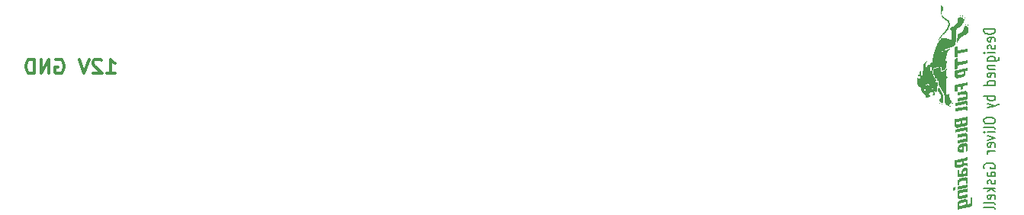
<source format=gbo>
%TF.GenerationSoftware,KiCad,Pcbnew,8.0.2*%
%TF.CreationDate,2024-05-19T17:08:04+01:00*%
%TF.ProjectId,New BSPD,4e657720-4253-4504-942e-6b696361645f,rev?*%
%TF.SameCoordinates,Original*%
%TF.FileFunction,Legend,Bot*%
%TF.FilePolarity,Positive*%
%FSLAX46Y46*%
G04 Gerber Fmt 4.6, Leading zero omitted, Abs format (unit mm)*
G04 Created by KiCad (PCBNEW 8.0.2) date 2024-05-19 17:08:04*
%MOMM*%
%LPD*%
G01*
G04 APERTURE LIST*
%ADD10C,0.200000*%
%ADD11C,0.300000*%
%ADD12C,0.000000*%
%ADD13C,3.200000*%
%ADD14R,1.800000X1.800000*%
%ADD15C,1.800000*%
%ADD16C,1.600000*%
%ADD17O,1.600000X1.600000*%
%ADD18R,1.600000X1.600000*%
%ADD19C,1.440000*%
%ADD20C,4.000000*%
%ADD21C,3.000000*%
%ADD22C,3.300000*%
%ADD23O,3.500000X3.500000*%
%ADD24R,1.905000X2.000000*%
%ADD25O,1.905000X2.000000*%
%ADD26R,2.200000X2.200000*%
%ADD27O,2.200000X2.200000*%
G04 APERTURE END LIST*
D10*
X197954176Y-42117617D02*
X196684176Y-42117617D01*
X196684176Y-42117617D02*
X196684176Y-42355712D01*
X196684176Y-42355712D02*
X196744652Y-42498569D01*
X196744652Y-42498569D02*
X196865604Y-42593807D01*
X196865604Y-42593807D02*
X196986557Y-42641426D01*
X196986557Y-42641426D02*
X197228461Y-42689045D01*
X197228461Y-42689045D02*
X197409890Y-42689045D01*
X197409890Y-42689045D02*
X197651795Y-42641426D01*
X197651795Y-42641426D02*
X197772747Y-42593807D01*
X197772747Y-42593807D02*
X197893700Y-42498569D01*
X197893700Y-42498569D02*
X197954176Y-42355712D01*
X197954176Y-42355712D02*
X197954176Y-42117617D01*
X197893700Y-43498569D02*
X197954176Y-43403331D01*
X197954176Y-43403331D02*
X197954176Y-43212855D01*
X197954176Y-43212855D02*
X197893700Y-43117617D01*
X197893700Y-43117617D02*
X197772747Y-43069998D01*
X197772747Y-43069998D02*
X197288938Y-43069998D01*
X197288938Y-43069998D02*
X197167985Y-43117617D01*
X197167985Y-43117617D02*
X197107509Y-43212855D01*
X197107509Y-43212855D02*
X197107509Y-43403331D01*
X197107509Y-43403331D02*
X197167985Y-43498569D01*
X197167985Y-43498569D02*
X197288938Y-43546188D01*
X197288938Y-43546188D02*
X197409890Y-43546188D01*
X197409890Y-43546188D02*
X197530842Y-43069998D01*
X197893700Y-43927141D02*
X197954176Y-44022379D01*
X197954176Y-44022379D02*
X197954176Y-44212855D01*
X197954176Y-44212855D02*
X197893700Y-44308093D01*
X197893700Y-44308093D02*
X197772747Y-44355712D01*
X197772747Y-44355712D02*
X197712271Y-44355712D01*
X197712271Y-44355712D02*
X197591319Y-44308093D01*
X197591319Y-44308093D02*
X197530842Y-44212855D01*
X197530842Y-44212855D02*
X197530842Y-44069998D01*
X197530842Y-44069998D02*
X197470366Y-43974760D01*
X197470366Y-43974760D02*
X197349414Y-43927141D01*
X197349414Y-43927141D02*
X197288938Y-43927141D01*
X197288938Y-43927141D02*
X197167985Y-43974760D01*
X197167985Y-43974760D02*
X197107509Y-44069998D01*
X197107509Y-44069998D02*
X197107509Y-44212855D01*
X197107509Y-44212855D02*
X197167985Y-44308093D01*
X197954176Y-44784284D02*
X197107509Y-44784284D01*
X196684176Y-44784284D02*
X196744652Y-44736665D01*
X196744652Y-44736665D02*
X196805128Y-44784284D01*
X196805128Y-44784284D02*
X196744652Y-44831903D01*
X196744652Y-44831903D02*
X196684176Y-44784284D01*
X196684176Y-44784284D02*
X196805128Y-44784284D01*
X197107509Y-45689045D02*
X198135604Y-45689045D01*
X198135604Y-45689045D02*
X198256557Y-45641426D01*
X198256557Y-45641426D02*
X198317033Y-45593807D01*
X198317033Y-45593807D02*
X198377509Y-45498569D01*
X198377509Y-45498569D02*
X198377509Y-45355712D01*
X198377509Y-45355712D02*
X198317033Y-45260474D01*
X197893700Y-45689045D02*
X197954176Y-45593807D01*
X197954176Y-45593807D02*
X197954176Y-45403331D01*
X197954176Y-45403331D02*
X197893700Y-45308093D01*
X197893700Y-45308093D02*
X197833223Y-45260474D01*
X197833223Y-45260474D02*
X197712271Y-45212855D01*
X197712271Y-45212855D02*
X197349414Y-45212855D01*
X197349414Y-45212855D02*
X197228461Y-45260474D01*
X197228461Y-45260474D02*
X197167985Y-45308093D01*
X197167985Y-45308093D02*
X197107509Y-45403331D01*
X197107509Y-45403331D02*
X197107509Y-45593807D01*
X197107509Y-45593807D02*
X197167985Y-45689045D01*
X197107509Y-46165236D02*
X197954176Y-46165236D01*
X197228461Y-46165236D02*
X197167985Y-46212855D01*
X197167985Y-46212855D02*
X197107509Y-46308093D01*
X197107509Y-46308093D02*
X197107509Y-46450950D01*
X197107509Y-46450950D02*
X197167985Y-46546188D01*
X197167985Y-46546188D02*
X197288938Y-46593807D01*
X197288938Y-46593807D02*
X197954176Y-46593807D01*
X197893700Y-47450950D02*
X197954176Y-47355712D01*
X197954176Y-47355712D02*
X197954176Y-47165236D01*
X197954176Y-47165236D02*
X197893700Y-47069998D01*
X197893700Y-47069998D02*
X197772747Y-47022379D01*
X197772747Y-47022379D02*
X197288938Y-47022379D01*
X197288938Y-47022379D02*
X197167985Y-47069998D01*
X197167985Y-47069998D02*
X197107509Y-47165236D01*
X197107509Y-47165236D02*
X197107509Y-47355712D01*
X197107509Y-47355712D02*
X197167985Y-47450950D01*
X197167985Y-47450950D02*
X197288938Y-47498569D01*
X197288938Y-47498569D02*
X197409890Y-47498569D01*
X197409890Y-47498569D02*
X197530842Y-47022379D01*
X197954176Y-48355712D02*
X196684176Y-48355712D01*
X197893700Y-48355712D02*
X197954176Y-48260474D01*
X197954176Y-48260474D02*
X197954176Y-48069998D01*
X197954176Y-48069998D02*
X197893700Y-47974760D01*
X197893700Y-47974760D02*
X197833223Y-47927141D01*
X197833223Y-47927141D02*
X197712271Y-47879522D01*
X197712271Y-47879522D02*
X197349414Y-47879522D01*
X197349414Y-47879522D02*
X197228461Y-47927141D01*
X197228461Y-47927141D02*
X197167985Y-47974760D01*
X197167985Y-47974760D02*
X197107509Y-48069998D01*
X197107509Y-48069998D02*
X197107509Y-48260474D01*
X197107509Y-48260474D02*
X197167985Y-48355712D01*
X197954176Y-49593808D02*
X196684176Y-49593808D01*
X197167985Y-49593808D02*
X197107509Y-49689046D01*
X197107509Y-49689046D02*
X197107509Y-49879522D01*
X197107509Y-49879522D02*
X197167985Y-49974760D01*
X197167985Y-49974760D02*
X197228461Y-50022379D01*
X197228461Y-50022379D02*
X197349414Y-50069998D01*
X197349414Y-50069998D02*
X197712271Y-50069998D01*
X197712271Y-50069998D02*
X197833223Y-50022379D01*
X197833223Y-50022379D02*
X197893700Y-49974760D01*
X197893700Y-49974760D02*
X197954176Y-49879522D01*
X197954176Y-49879522D02*
X197954176Y-49689046D01*
X197954176Y-49689046D02*
X197893700Y-49593808D01*
X197107509Y-50403332D02*
X197954176Y-50641427D01*
X197107509Y-50879522D02*
X197954176Y-50641427D01*
X197954176Y-50641427D02*
X198256557Y-50546189D01*
X198256557Y-50546189D02*
X198317033Y-50498570D01*
X198317033Y-50498570D02*
X198377509Y-50403332D01*
X196684176Y-52212856D02*
X196684176Y-52403332D01*
X196684176Y-52403332D02*
X196744652Y-52498570D01*
X196744652Y-52498570D02*
X196865604Y-52593808D01*
X196865604Y-52593808D02*
X197107509Y-52641427D01*
X197107509Y-52641427D02*
X197530842Y-52641427D01*
X197530842Y-52641427D02*
X197772747Y-52593808D01*
X197772747Y-52593808D02*
X197893700Y-52498570D01*
X197893700Y-52498570D02*
X197954176Y-52403332D01*
X197954176Y-52403332D02*
X197954176Y-52212856D01*
X197954176Y-52212856D02*
X197893700Y-52117618D01*
X197893700Y-52117618D02*
X197772747Y-52022380D01*
X197772747Y-52022380D02*
X197530842Y-51974761D01*
X197530842Y-51974761D02*
X197107509Y-51974761D01*
X197107509Y-51974761D02*
X196865604Y-52022380D01*
X196865604Y-52022380D02*
X196744652Y-52117618D01*
X196744652Y-52117618D02*
X196684176Y-52212856D01*
X197954176Y-53212856D02*
X197893700Y-53117618D01*
X197893700Y-53117618D02*
X197772747Y-53069999D01*
X197772747Y-53069999D02*
X196684176Y-53069999D01*
X197954176Y-53593809D02*
X197107509Y-53593809D01*
X196684176Y-53593809D02*
X196744652Y-53546190D01*
X196744652Y-53546190D02*
X196805128Y-53593809D01*
X196805128Y-53593809D02*
X196744652Y-53641428D01*
X196744652Y-53641428D02*
X196684176Y-53593809D01*
X196684176Y-53593809D02*
X196805128Y-53593809D01*
X197107509Y-53974761D02*
X197954176Y-54212856D01*
X197954176Y-54212856D02*
X197107509Y-54450951D01*
X197893700Y-55212856D02*
X197954176Y-55117618D01*
X197954176Y-55117618D02*
X197954176Y-54927142D01*
X197954176Y-54927142D02*
X197893700Y-54831904D01*
X197893700Y-54831904D02*
X197772747Y-54784285D01*
X197772747Y-54784285D02*
X197288938Y-54784285D01*
X197288938Y-54784285D02*
X197167985Y-54831904D01*
X197167985Y-54831904D02*
X197107509Y-54927142D01*
X197107509Y-54927142D02*
X197107509Y-55117618D01*
X197107509Y-55117618D02*
X197167985Y-55212856D01*
X197167985Y-55212856D02*
X197288938Y-55260475D01*
X197288938Y-55260475D02*
X197409890Y-55260475D01*
X197409890Y-55260475D02*
X197530842Y-54784285D01*
X197954176Y-55689047D02*
X197107509Y-55689047D01*
X197349414Y-55689047D02*
X197228461Y-55736666D01*
X197228461Y-55736666D02*
X197167985Y-55784285D01*
X197167985Y-55784285D02*
X197107509Y-55879523D01*
X197107509Y-55879523D02*
X197107509Y-55974761D01*
X196744652Y-57593809D02*
X196684176Y-57498571D01*
X196684176Y-57498571D02*
X196684176Y-57355714D01*
X196684176Y-57355714D02*
X196744652Y-57212857D01*
X196744652Y-57212857D02*
X196865604Y-57117619D01*
X196865604Y-57117619D02*
X196986557Y-57070000D01*
X196986557Y-57070000D02*
X197228461Y-57022381D01*
X197228461Y-57022381D02*
X197409890Y-57022381D01*
X197409890Y-57022381D02*
X197651795Y-57070000D01*
X197651795Y-57070000D02*
X197772747Y-57117619D01*
X197772747Y-57117619D02*
X197893700Y-57212857D01*
X197893700Y-57212857D02*
X197954176Y-57355714D01*
X197954176Y-57355714D02*
X197954176Y-57450952D01*
X197954176Y-57450952D02*
X197893700Y-57593809D01*
X197893700Y-57593809D02*
X197833223Y-57641428D01*
X197833223Y-57641428D02*
X197409890Y-57641428D01*
X197409890Y-57641428D02*
X197409890Y-57450952D01*
X197954176Y-58498571D02*
X197288938Y-58498571D01*
X197288938Y-58498571D02*
X197167985Y-58450952D01*
X197167985Y-58450952D02*
X197107509Y-58355714D01*
X197107509Y-58355714D02*
X197107509Y-58165238D01*
X197107509Y-58165238D02*
X197167985Y-58070000D01*
X197893700Y-58498571D02*
X197954176Y-58403333D01*
X197954176Y-58403333D02*
X197954176Y-58165238D01*
X197954176Y-58165238D02*
X197893700Y-58070000D01*
X197893700Y-58070000D02*
X197772747Y-58022381D01*
X197772747Y-58022381D02*
X197651795Y-58022381D01*
X197651795Y-58022381D02*
X197530842Y-58070000D01*
X197530842Y-58070000D02*
X197470366Y-58165238D01*
X197470366Y-58165238D02*
X197470366Y-58403333D01*
X197470366Y-58403333D02*
X197409890Y-58498571D01*
X197893700Y-58927143D02*
X197954176Y-59022381D01*
X197954176Y-59022381D02*
X197954176Y-59212857D01*
X197954176Y-59212857D02*
X197893700Y-59308095D01*
X197893700Y-59308095D02*
X197772747Y-59355714D01*
X197772747Y-59355714D02*
X197712271Y-59355714D01*
X197712271Y-59355714D02*
X197591319Y-59308095D01*
X197591319Y-59308095D02*
X197530842Y-59212857D01*
X197530842Y-59212857D02*
X197530842Y-59070000D01*
X197530842Y-59070000D02*
X197470366Y-58974762D01*
X197470366Y-58974762D02*
X197349414Y-58927143D01*
X197349414Y-58927143D02*
X197288938Y-58927143D01*
X197288938Y-58927143D02*
X197167985Y-58974762D01*
X197167985Y-58974762D02*
X197107509Y-59070000D01*
X197107509Y-59070000D02*
X197107509Y-59212857D01*
X197107509Y-59212857D02*
X197167985Y-59308095D01*
X197954176Y-59784286D02*
X196684176Y-59784286D01*
X197470366Y-59879524D02*
X197954176Y-60165238D01*
X197107509Y-60165238D02*
X197591319Y-59784286D01*
X197893700Y-60974762D02*
X197954176Y-60879524D01*
X197954176Y-60879524D02*
X197954176Y-60689048D01*
X197954176Y-60689048D02*
X197893700Y-60593810D01*
X197893700Y-60593810D02*
X197772747Y-60546191D01*
X197772747Y-60546191D02*
X197288938Y-60546191D01*
X197288938Y-60546191D02*
X197167985Y-60593810D01*
X197167985Y-60593810D02*
X197107509Y-60689048D01*
X197107509Y-60689048D02*
X197107509Y-60879524D01*
X197107509Y-60879524D02*
X197167985Y-60974762D01*
X197167985Y-60974762D02*
X197288938Y-61022381D01*
X197288938Y-61022381D02*
X197409890Y-61022381D01*
X197409890Y-61022381D02*
X197530842Y-60546191D01*
X197954176Y-61593810D02*
X197893700Y-61498572D01*
X197893700Y-61498572D02*
X197772747Y-61450953D01*
X197772747Y-61450953D02*
X196684176Y-61450953D01*
X197954176Y-62117620D02*
X197893700Y-62022382D01*
X197893700Y-62022382D02*
X197772747Y-61974763D01*
X197772747Y-61974763D02*
X196684176Y-61974763D01*
D11*
X99288095Y-47079590D02*
X100202381Y-47079590D01*
X99745238Y-47079590D02*
X99745238Y-45479590D01*
X99745238Y-45479590D02*
X99897619Y-45708161D01*
X99897619Y-45708161D02*
X100050000Y-45860542D01*
X100050000Y-45860542D02*
X100202381Y-45936733D01*
X98678571Y-45631971D02*
X98602380Y-45555780D01*
X98602380Y-45555780D02*
X98449999Y-45479590D01*
X98449999Y-45479590D02*
X98069047Y-45479590D01*
X98069047Y-45479590D02*
X97916666Y-45555780D01*
X97916666Y-45555780D02*
X97840475Y-45631971D01*
X97840475Y-45631971D02*
X97764285Y-45784352D01*
X97764285Y-45784352D02*
X97764285Y-45936733D01*
X97764285Y-45936733D02*
X97840475Y-46165304D01*
X97840475Y-46165304D02*
X98754761Y-47079590D01*
X98754761Y-47079590D02*
X97764285Y-47079590D01*
X97307142Y-45479590D02*
X96773808Y-47079590D01*
X96773808Y-47079590D02*
X96240475Y-45479590D01*
X93649998Y-45555780D02*
X93802379Y-45479590D01*
X93802379Y-45479590D02*
X94030950Y-45479590D01*
X94030950Y-45479590D02*
X94259522Y-45555780D01*
X94259522Y-45555780D02*
X94411903Y-45708161D01*
X94411903Y-45708161D02*
X94488093Y-45860542D01*
X94488093Y-45860542D02*
X94564284Y-46165304D01*
X94564284Y-46165304D02*
X94564284Y-46393876D01*
X94564284Y-46393876D02*
X94488093Y-46698638D01*
X94488093Y-46698638D02*
X94411903Y-46851019D01*
X94411903Y-46851019D02*
X94259522Y-47003400D01*
X94259522Y-47003400D02*
X94030950Y-47079590D01*
X94030950Y-47079590D02*
X93878569Y-47079590D01*
X93878569Y-47079590D02*
X93649998Y-47003400D01*
X93649998Y-47003400D02*
X93573807Y-46927209D01*
X93573807Y-46927209D02*
X93573807Y-46393876D01*
X93573807Y-46393876D02*
X93878569Y-46393876D01*
X92888093Y-47079590D02*
X92888093Y-45479590D01*
X92888093Y-45479590D02*
X91973807Y-47079590D01*
X91973807Y-47079590D02*
X91973807Y-45479590D01*
X91211903Y-47079590D02*
X91211903Y-45479590D01*
X91211903Y-45479590D02*
X90830951Y-45479590D01*
X90830951Y-45479590D02*
X90602379Y-45555780D01*
X90602379Y-45555780D02*
X90449998Y-45708161D01*
X90449998Y-45708161D02*
X90373808Y-45860542D01*
X90373808Y-45860542D02*
X90297617Y-46165304D01*
X90297617Y-46165304D02*
X90297617Y-46393876D01*
X90297617Y-46393876D02*
X90373808Y-46698638D01*
X90373808Y-46698638D02*
X90449998Y-46851019D01*
X90449998Y-46851019D02*
X90602379Y-47003400D01*
X90602379Y-47003400D02*
X90830951Y-47079590D01*
X90830951Y-47079590D02*
X91211903Y-47079590D01*
D12*
%TO.C,G\u002A\u002A\u002A*%
G36*
X192098741Y-50452178D02*
G01*
X192096291Y-50468748D01*
X192091904Y-50491773D01*
X192088184Y-50504017D01*
X192082088Y-50504678D01*
X192068262Y-50495969D01*
X192050967Y-50480091D01*
X192033966Y-50460579D01*
X192021022Y-50440963D01*
X192014372Y-50423747D01*
X192014680Y-50413261D01*
X192019016Y-50411448D01*
X192036817Y-50408914D01*
X192062317Y-50407919D01*
X192104612Y-50407919D01*
X192098741Y-50452178D01*
G37*
G36*
X191794733Y-50301168D02*
G01*
X191811179Y-50318087D01*
X191819732Y-50328260D01*
X191832971Y-50346339D01*
X191838188Y-50357200D01*
X191836923Y-50360531D01*
X191825409Y-50371800D01*
X191806739Y-50384560D01*
X191786889Y-50395014D01*
X191771837Y-50399364D01*
X191766224Y-50396033D01*
X191764182Y-50382138D01*
X191766558Y-50354647D01*
X191770488Y-50327052D01*
X191776066Y-50304275D01*
X191783588Y-50296106D01*
X191794733Y-50301168D01*
G37*
G36*
X194352656Y-40604577D02*
G01*
X194366429Y-40622274D01*
X194380144Y-40649324D01*
X194391626Y-40682202D01*
X194397001Y-40702447D01*
X194400841Y-40726650D01*
X194396031Y-40739884D01*
X194380581Y-40745424D01*
X194352500Y-40746543D01*
X194305738Y-40746543D01*
X194307398Y-40697544D01*
X194309279Y-40673281D01*
X194316369Y-40638094D01*
X194327298Y-40612350D01*
X194340776Y-40599828D01*
X194341002Y-40599759D01*
X194352656Y-40604577D01*
G37*
G36*
X192497519Y-50607460D02*
G01*
X192524343Y-50623137D01*
X192531051Y-50627703D01*
X192547433Y-50641270D01*
X192554023Y-50650838D01*
X192550825Y-50664345D01*
X192539778Y-50683906D01*
X192524086Y-50703397D01*
X192507162Y-50719216D01*
X192492422Y-50727765D01*
X192483277Y-50725442D01*
X192480605Y-50714477D01*
X192477102Y-50691467D01*
X192473558Y-50661493D01*
X192471486Y-50635941D01*
X192472862Y-50612524D01*
X192480949Y-50603476D01*
X192497519Y-50607460D01*
G37*
G36*
X194561426Y-40781438D02*
G01*
X194571814Y-40798747D01*
X194583518Y-40824112D01*
X194594285Y-40853087D01*
X194597574Y-40867913D01*
X194598966Y-40892411D01*
X194596594Y-40914033D01*
X194590790Y-40925836D01*
X194580263Y-40929813D01*
X194559979Y-40926075D01*
X194541586Y-40910491D01*
X194528237Y-40886283D01*
X194523087Y-40856674D01*
X194523648Y-40848589D01*
X194528752Y-40825609D01*
X194537297Y-40802085D01*
X194546968Y-40783760D01*
X194555451Y-40776375D01*
X194561426Y-40781438D01*
G37*
G36*
X192939289Y-50631295D02*
G01*
X192954867Y-50649972D01*
X192972774Y-50684085D01*
X192985145Y-50711119D01*
X192994708Y-50736426D01*
X192996004Y-50750671D01*
X192989071Y-50756047D01*
X192973943Y-50754748D01*
X192960814Y-50751387D01*
X192933678Y-50741889D01*
X192904828Y-50729563D01*
X192878713Y-50716528D01*
X192859782Y-50704908D01*
X192852483Y-50696822D01*
X192855190Y-50690313D01*
X192867237Y-50674068D01*
X192885659Y-50654013D01*
X192904809Y-50636693D01*
X192923462Y-50627165D01*
X192939289Y-50631295D01*
G37*
G36*
X194945808Y-41651541D02*
G01*
X194953360Y-41673105D01*
X194961091Y-41701355D01*
X194963251Y-41710280D01*
X194970452Y-41741750D01*
X194972572Y-41760569D01*
X194968577Y-41769988D01*
X194957432Y-41773256D01*
X194938105Y-41773624D01*
X194922238Y-41772897D01*
X194893305Y-41765947D01*
X194877227Y-41752594D01*
X194875857Y-41734015D01*
X194878836Y-41725957D01*
X194890176Y-41703185D01*
X194904919Y-41679472D01*
X194920212Y-41658816D01*
X194933203Y-41645214D01*
X194941039Y-41642663D01*
X194945808Y-41651541D01*
G37*
G36*
X194694491Y-41543573D02*
G01*
X194705935Y-41552059D01*
X194719993Y-41571005D01*
X194733480Y-41595470D01*
X194743214Y-41620512D01*
X194743567Y-41621769D01*
X194749548Y-41651954D01*
X194752452Y-41683155D01*
X194753221Y-41716276D01*
X194714522Y-41710972D01*
X194711788Y-41710591D01*
X194676158Y-41703684D01*
X194655072Y-41694144D01*
X194646189Y-41680204D01*
X194647166Y-41660095D01*
X194648158Y-41655691D01*
X194656102Y-41627140D01*
X194666384Y-41597204D01*
X194677238Y-41570323D01*
X194686896Y-41550938D01*
X194693589Y-41543489D01*
X194694491Y-41543573D01*
G37*
G36*
X193186143Y-50263105D02*
G01*
X193197043Y-50271642D01*
X193212139Y-50291473D01*
X193228831Y-50318785D01*
X193244516Y-50349766D01*
X193246080Y-50353228D01*
X193257779Y-50382040D01*
X193260112Y-50399336D01*
X193251331Y-50406801D01*
X193229684Y-50406122D01*
X193193422Y-50398984D01*
X193173048Y-50394085D01*
X193138675Y-50383535D01*
X193116225Y-50373132D01*
X193108188Y-50363902D01*
X193108344Y-50362802D01*
X193114737Y-50350255D01*
X193128096Y-50330332D01*
X193145130Y-50307342D01*
X193162544Y-50285589D01*
X193177046Y-50269380D01*
X193185343Y-50263020D01*
X193186143Y-50263105D01*
G37*
G36*
X194043149Y-40492803D02*
G01*
X194059402Y-40512903D01*
X194075922Y-40540033D01*
X194090844Y-40571673D01*
X194102305Y-40605303D01*
X194109517Y-40633411D01*
X194113431Y-40656923D01*
X194110574Y-40669271D01*
X194100025Y-40673312D01*
X194080868Y-40671900D01*
X194064684Y-40669274D01*
X194028408Y-40658316D01*
X194006973Y-40642591D01*
X194001286Y-40622661D01*
X194002666Y-40609586D01*
X194005351Y-40582053D01*
X194008263Y-40550503D01*
X194010582Y-40527301D01*
X194013673Y-40502577D01*
X194016201Y-40488851D01*
X194018893Y-40483773D01*
X194029025Y-40482253D01*
X194043149Y-40492803D01*
G37*
G36*
X193526226Y-59691310D02*
G01*
X193539309Y-59702283D01*
X193542284Y-59707662D01*
X193546583Y-59723847D01*
X193549400Y-59749997D01*
X193550941Y-59788465D01*
X193551409Y-59841605D01*
X193551296Y-59873879D01*
X193549798Y-59925319D01*
X193545232Y-59963488D01*
X193535956Y-59990879D01*
X193520325Y-60009984D01*
X193496695Y-60023293D01*
X193463423Y-60033299D01*
X193418864Y-60042492D01*
X193399961Y-60045880D01*
X193366117Y-60049807D01*
X193341163Y-60047549D01*
X193323841Y-60037303D01*
X193312896Y-60017269D01*
X193307069Y-59985645D01*
X193305102Y-59940630D01*
X193305740Y-59880423D01*
X193306419Y-59850652D01*
X193307616Y-59810889D01*
X193309317Y-59783419D01*
X193312076Y-59765233D01*
X193316446Y-59753319D01*
X193322979Y-59744668D01*
X193332229Y-59736271D01*
X193360566Y-59718833D01*
X193400053Y-59703561D01*
X193444642Y-59692394D01*
X193488351Y-59687211D01*
X193505149Y-59687171D01*
X193526226Y-59691310D01*
G37*
G36*
X194887466Y-59408263D02*
G01*
X194894232Y-59411823D01*
X194899360Y-59417310D01*
X194902838Y-59427120D01*
X194904984Y-59443796D01*
X194906120Y-59469885D01*
X194906566Y-59507931D01*
X194906644Y-59560479D01*
X194906653Y-59571739D01*
X194906588Y-59626847D01*
X194904904Y-59667969D01*
X194899634Y-59697701D01*
X194888812Y-59718638D01*
X194870472Y-59733374D01*
X194842649Y-59744505D01*
X194803378Y-59754623D01*
X194750691Y-59766326D01*
X194737414Y-59769247D01*
X194699457Y-59777415D01*
X194650357Y-59787807D01*
X194591968Y-59800042D01*
X194526146Y-59813742D01*
X194454747Y-59828527D01*
X194379626Y-59844018D01*
X194302640Y-59859834D01*
X194225644Y-59875597D01*
X194150492Y-59890926D01*
X194079042Y-59905444D01*
X194013148Y-59918768D01*
X193954666Y-59930522D01*
X193905452Y-59940324D01*
X193867362Y-59947795D01*
X193842250Y-59952556D01*
X193831974Y-59954228D01*
X193831121Y-59954144D01*
X193818876Y-59947445D01*
X193802465Y-59933306D01*
X193801013Y-59931846D01*
X193793058Y-59922780D01*
X193787628Y-59912490D01*
X193784244Y-59897813D01*
X193782423Y-59875582D01*
X193781683Y-59842635D01*
X193781543Y-59795806D01*
X193781597Y-59771136D01*
X193782215Y-59729754D01*
X193783853Y-59700437D01*
X193786917Y-59679804D01*
X193791814Y-59664472D01*
X193798950Y-59651061D01*
X193801797Y-59646504D01*
X193808275Y-59637352D01*
X193816170Y-59629604D01*
X193827390Y-59622643D01*
X193843843Y-59615851D01*
X193867435Y-59608609D01*
X193900074Y-59600299D01*
X193943667Y-59590304D01*
X194000120Y-59578005D01*
X194071342Y-59562783D01*
X194174050Y-59540985D01*
X194317343Y-59510935D01*
X194444870Y-59484666D01*
X194556526Y-59462196D01*
X194652210Y-59443546D01*
X194731820Y-59428735D01*
X194795253Y-59417781D01*
X194842406Y-59410705D01*
X194873178Y-59407526D01*
X194887466Y-59408263D01*
G37*
G36*
X194763489Y-50719423D02*
G01*
X194777432Y-50721258D01*
X194788965Y-50724413D01*
X194799148Y-50728722D01*
X194809040Y-50734022D01*
X194819699Y-50740147D01*
X194840633Y-50754409D01*
X194875552Y-50792696D01*
X194898157Y-50840606D01*
X194900275Y-50854694D01*
X194902352Y-50883417D01*
X194904075Y-50923042D01*
X194905307Y-50970373D01*
X194905911Y-51022218D01*
X194906644Y-51180510D01*
X194807881Y-51203769D01*
X194789628Y-51208005D01*
X194749994Y-51216431D01*
X194723119Y-51220534D01*
X194706360Y-51220629D01*
X194697076Y-51217034D01*
X194695828Y-51215847D01*
X194689603Y-51202126D01*
X194686119Y-51176104D01*
X194685033Y-51135471D01*
X194684876Y-51103336D01*
X194683786Y-51081288D01*
X194680858Y-51070256D01*
X194675183Y-51067074D01*
X194665855Y-51068578D01*
X194657191Y-51070625D01*
X194627499Y-51077258D01*
X194585065Y-51086417D01*
X194531523Y-51097769D01*
X194468510Y-51110981D01*
X194397659Y-51125721D01*
X194320607Y-51141655D01*
X194238988Y-51158451D01*
X194154438Y-51175777D01*
X194068592Y-51193299D01*
X193983085Y-51210685D01*
X193899553Y-51227601D01*
X193819630Y-51243716D01*
X193744952Y-51258696D01*
X193677154Y-51272209D01*
X193617871Y-51283921D01*
X193568739Y-51293501D01*
X193531393Y-51300615D01*
X193507467Y-51304930D01*
X193498597Y-51306115D01*
X193498414Y-51305942D01*
X193496305Y-51295201D01*
X193494474Y-51270328D01*
X193493031Y-51234013D01*
X193492084Y-51188950D01*
X193491745Y-51137827D01*
X193491745Y-50973775D01*
X193958406Y-50873968D01*
X194022633Y-50860229D01*
X194148117Y-50833393D01*
X194258480Y-50809851D01*
X194354781Y-50789440D01*
X194438079Y-50771993D01*
X194509434Y-50757348D01*
X194569906Y-50745338D01*
X194620552Y-50735800D01*
X194662433Y-50728569D01*
X194696608Y-50723481D01*
X194724136Y-50720370D01*
X194746076Y-50719072D01*
X194763489Y-50719423D01*
G37*
G36*
X194760999Y-50096850D02*
G01*
X194793202Y-50105805D01*
X194839448Y-50131731D01*
X194875139Y-50169885D01*
X194898157Y-50218391D01*
X194900268Y-50232401D01*
X194902348Y-50261080D01*
X194904073Y-50300666D01*
X194905306Y-50347962D01*
X194905911Y-50399770D01*
X194906644Y-50557830D01*
X194808436Y-50581782D01*
X194775043Y-50589820D01*
X194737228Y-50597564D01*
X194711839Y-50598939D01*
X194696399Y-50592569D01*
X194688435Y-50577082D01*
X194685471Y-50551103D01*
X194685033Y-50513257D01*
X194684875Y-50481069D01*
X194683786Y-50459049D01*
X194680858Y-50448046D01*
X194675183Y-50444901D01*
X194665855Y-50446451D01*
X194655971Y-50448802D01*
X194626481Y-50455393D01*
X194584226Y-50464513D01*
X194530843Y-50475829D01*
X194467968Y-50489008D01*
X194397238Y-50503718D01*
X194320289Y-50519625D01*
X194238758Y-50536397D01*
X194154280Y-50553700D01*
X194068493Y-50571203D01*
X193983033Y-50588571D01*
X193899536Y-50605471D01*
X193819639Y-50621572D01*
X193744979Y-50636540D01*
X193677191Y-50650042D01*
X193617912Y-50661746D01*
X193568779Y-50671317D01*
X193531428Y-50678424D01*
X193507496Y-50682734D01*
X193498618Y-50683913D01*
X193498416Y-50683717D01*
X193496306Y-50672844D01*
X193494474Y-50647856D01*
X193493031Y-50611441D01*
X193492084Y-50566285D01*
X193491745Y-50515075D01*
X193491745Y-50350485D01*
X193519446Y-50345651D01*
X193528885Y-50343798D01*
X193554469Y-50338502D01*
X193593486Y-50330286D01*
X193644118Y-50319539D01*
X193704547Y-50306647D01*
X193772956Y-50291998D01*
X193847527Y-50275978D01*
X193926443Y-50258975D01*
X193975344Y-50248432D01*
X194110346Y-50219444D01*
X194229860Y-50193982D01*
X194334738Y-50171882D01*
X194425835Y-50152976D01*
X194504006Y-50137100D01*
X194570104Y-50124088D01*
X194624984Y-50113773D01*
X194669499Y-50105989D01*
X194704504Y-50100571D01*
X194730853Y-50097352D01*
X194749400Y-50096167D01*
X194760999Y-50096850D01*
G37*
G36*
X194748436Y-53033719D02*
G01*
X194798044Y-53044948D01*
X194841343Y-53070037D01*
X194875237Y-53106658D01*
X194896629Y-53152483D01*
X194899020Y-53166950D01*
X194901568Y-53196883D01*
X194903673Y-53237561D01*
X194905166Y-53285581D01*
X194905875Y-53337540D01*
X194906644Y-53492765D01*
X194874681Y-53501101D01*
X194840872Y-53509940D01*
X194788984Y-53523235D01*
X194750524Y-53531807D01*
X194723441Y-53535177D01*
X194705681Y-53532864D01*
X194695193Y-53524390D01*
X194689924Y-53509274D01*
X194687821Y-53487036D01*
X194686832Y-53457197D01*
X194686175Y-53441965D01*
X194683792Y-53411566D01*
X194680592Y-53390497D01*
X194677081Y-53382617D01*
X194673191Y-53383268D01*
X194654219Y-53386971D01*
X194620775Y-53393702D01*
X194574231Y-53403180D01*
X194515957Y-53415123D01*
X194447323Y-53429248D01*
X194369701Y-53445275D01*
X194284461Y-53462922D01*
X194192973Y-53481906D01*
X194096609Y-53501946D01*
X194038021Y-53514126D01*
X193944021Y-53533594D01*
X193855527Y-53551832D01*
X193773934Y-53568557D01*
X193700641Y-53583485D01*
X193637045Y-53596335D01*
X193584544Y-53606821D01*
X193544535Y-53614662D01*
X193518416Y-53619574D01*
X193507585Y-53621275D01*
X193506522Y-53621255D01*
X193501333Y-53619880D01*
X193497523Y-53614750D01*
X193494879Y-53603648D01*
X193493191Y-53584360D01*
X193492247Y-53554671D01*
X193491835Y-53512366D01*
X193491745Y-53455229D01*
X193491756Y-53418931D01*
X193491935Y-53371083D01*
X193492538Y-53336608D01*
X193493822Y-53313214D01*
X193496045Y-53298609D01*
X193499464Y-53290502D01*
X193504338Y-53286602D01*
X193510922Y-53284615D01*
X193527058Y-53280956D01*
X193559010Y-53273941D01*
X193604036Y-53264176D01*
X193660249Y-53252064D01*
X193725764Y-53238006D01*
X193798692Y-53222402D01*
X193877148Y-53205654D01*
X193959244Y-53188163D01*
X194043094Y-53170330D01*
X194126811Y-53152558D01*
X194208507Y-53135246D01*
X194286297Y-53118796D01*
X194358293Y-53103609D01*
X194422608Y-53090087D01*
X194477357Y-53078631D01*
X194520651Y-53069642D01*
X194550605Y-53063522D01*
X194592484Y-53055381D01*
X194641538Y-53046544D01*
X194684518Y-53039545D01*
X194717890Y-53034955D01*
X194738121Y-53033341D01*
X194748436Y-53033719D01*
G37*
G36*
X191674958Y-48558507D02*
G01*
X191675064Y-48558618D01*
X191701144Y-48590401D01*
X191731852Y-48634904D01*
X191765246Y-48689134D01*
X191799382Y-48750100D01*
X191816621Y-48781841D01*
X191840325Y-48824759D01*
X191868197Y-48874724D01*
X191898066Y-48927845D01*
X191927763Y-48980234D01*
X191978061Y-49070042D01*
X192032808Y-49172544D01*
X192078491Y-49264574D01*
X192115819Y-49347849D01*
X192145504Y-49424089D01*
X192168257Y-49495013D01*
X192184790Y-49562337D01*
X192195814Y-49627781D01*
X192198859Y-49666331D01*
X192200026Y-49717585D01*
X192199450Y-49777122D01*
X192197280Y-49840617D01*
X192193663Y-49903743D01*
X192188749Y-49962171D01*
X192182684Y-50011577D01*
X192178127Y-50040775D01*
X192168421Y-50098577D01*
X192158157Y-50154854D01*
X192147871Y-50207052D01*
X192138098Y-50252619D01*
X192129373Y-50289004D01*
X192122230Y-50313654D01*
X192117204Y-50324016D01*
X192110030Y-50326800D01*
X192086963Y-50331069D01*
X192055056Y-50334292D01*
X192019457Y-50336234D01*
X191985315Y-50336660D01*
X191957777Y-50335335D01*
X191941992Y-50332022D01*
X191923133Y-50317312D01*
X191897753Y-50290606D01*
X191868607Y-50255338D01*
X191838007Y-50214711D01*
X191808268Y-50171926D01*
X191781702Y-50130185D01*
X191760623Y-50092688D01*
X191747346Y-50062639D01*
X191741219Y-50042850D01*
X191739592Y-50026001D01*
X191744452Y-50008388D01*
X191756627Y-49982903D01*
X191764196Y-49968545D01*
X191782079Y-49936439D01*
X191803934Y-49898653D01*
X191826623Y-49860667D01*
X191829229Y-49856382D01*
X191860064Y-49804788D01*
X191882872Y-49763717D01*
X191898862Y-49729676D01*
X191909240Y-49699170D01*
X191915212Y-49668706D01*
X191917986Y-49634789D01*
X191918770Y-49593926D01*
X191918819Y-49567438D01*
X191918115Y-49533304D01*
X191915478Y-49507651D01*
X191909817Y-49485105D01*
X191900044Y-49460293D01*
X191885067Y-49427841D01*
X191884154Y-49425923D01*
X191865042Y-49390062D01*
X191838941Y-49346462D01*
X191809167Y-49300454D01*
X191779036Y-49257372D01*
X191720613Y-49177135D01*
X191672061Y-49109266D01*
X191633217Y-49053504D01*
X191603650Y-49009214D01*
X191582925Y-48975762D01*
X191570608Y-48952515D01*
X191562707Y-48933500D01*
X191558877Y-48915876D01*
X191560549Y-48896247D01*
X191567458Y-48867463D01*
X191572006Y-48851355D01*
X191583198Y-48815236D01*
X191597139Y-48772990D01*
X191611827Y-48730780D01*
X191620272Y-48705948D01*
X191633353Y-48662165D01*
X191643515Y-48621505D01*
X191649072Y-48590328D01*
X191654933Y-48537383D01*
X191674958Y-48558507D01*
G37*
G36*
X194695320Y-58595392D02*
G01*
X194731352Y-58597435D01*
X194756575Y-58601761D01*
X194774530Y-58608791D01*
X194785655Y-58615439D01*
X194817462Y-58638812D01*
X194849066Y-58667071D01*
X194875656Y-58695675D01*
X194892420Y-58720082D01*
X194892476Y-58720194D01*
X194896455Y-58730374D01*
X194899611Y-58744157D01*
X194902036Y-58763466D01*
X194903823Y-58790220D01*
X194905065Y-58826338D01*
X194905855Y-58873743D01*
X194906285Y-58934353D01*
X194906450Y-59010089D01*
X194906644Y-59272024D01*
X194887466Y-59276379D01*
X194882345Y-59277540D01*
X194838388Y-59287213D01*
X194807063Y-59293378D01*
X194784829Y-59296666D01*
X194768144Y-59297711D01*
X194744711Y-59297919D01*
X194745174Y-59162028D01*
X194745174Y-59162001D01*
X194744981Y-59106366D01*
X194743832Y-59065096D01*
X194741516Y-59035527D01*
X194737825Y-59014995D01*
X194732552Y-59000834D01*
X194711588Y-58970958D01*
X194678639Y-58947836D01*
X194638733Y-58939932D01*
X194634847Y-58940113D01*
X194612732Y-58942804D01*
X194577123Y-58948388D01*
X194530430Y-58956439D01*
X194475066Y-58966533D01*
X194413445Y-58978245D01*
X194347977Y-58991149D01*
X194287920Y-59003297D01*
X194218018Y-59017961D01*
X194161677Y-59030809D01*
X194117034Y-59042573D01*
X194082227Y-59053982D01*
X194055396Y-59065765D01*
X194034679Y-59078652D01*
X194018214Y-59093373D01*
X194004140Y-59110658D01*
X193990594Y-59131236D01*
X193990070Y-59132083D01*
X193980752Y-59147648D01*
X193974003Y-59161603D01*
X193969343Y-59177058D01*
X193966290Y-59197121D01*
X193964362Y-59224901D01*
X193963078Y-59263507D01*
X193961955Y-59316049D01*
X193961832Y-59322122D01*
X193960580Y-59373738D01*
X193959069Y-59410936D01*
X193957023Y-59436106D01*
X193954165Y-59451637D01*
X193950219Y-59459917D01*
X193944908Y-59463337D01*
X193931650Y-59466385D01*
X193906186Y-59471291D01*
X193875302Y-59476664D01*
X193847592Y-59481366D01*
X193819073Y-59486464D01*
X193800721Y-59490054D01*
X193781543Y-59494284D01*
X193781543Y-59270040D01*
X193781587Y-59236113D01*
X193782171Y-59163425D01*
X193783688Y-59104425D01*
X193786453Y-59056726D01*
X193790784Y-59017945D01*
X193796996Y-58985694D01*
X193805408Y-58957590D01*
X193816335Y-58931247D01*
X193830094Y-58904279D01*
X193867894Y-58849871D01*
X193918714Y-58798813D01*
X193978349Y-58754330D01*
X194042681Y-58719494D01*
X194107592Y-58697375D01*
X194118904Y-58694765D01*
X194223535Y-58670858D01*
X194313368Y-58650837D01*
X194389970Y-58634412D01*
X194454908Y-58621291D01*
X194509749Y-58611185D01*
X194556058Y-58603804D01*
X194595402Y-58598857D01*
X194629348Y-58596054D01*
X194659463Y-58595104D01*
X194695320Y-58595392D01*
G37*
G36*
X194690786Y-49011893D02*
G01*
X194715235Y-49015455D01*
X194737040Y-49021653D01*
X194758040Y-49030337D01*
X194778131Y-49040447D01*
X194832984Y-49078554D01*
X194873201Y-49125269D01*
X194898680Y-49180481D01*
X194899203Y-49183306D01*
X194900614Y-49201974D01*
X194901937Y-49235050D01*
X194903135Y-49280596D01*
X194904169Y-49336673D01*
X194905002Y-49401342D01*
X194905596Y-49472665D01*
X194905911Y-49548702D01*
X194906644Y-49895559D01*
X194887100Y-49918280D01*
X194886935Y-49918472D01*
X194881310Y-49924077D01*
X194873717Y-49929500D01*
X194863022Y-49935013D01*
X194848089Y-49940889D01*
X194827786Y-49947402D01*
X194800978Y-49954823D01*
X194766530Y-49963426D01*
X194723310Y-49973483D01*
X194670182Y-49985267D01*
X194606013Y-49999051D01*
X194529668Y-50015108D01*
X194440014Y-50033710D01*
X194335917Y-50055130D01*
X194216241Y-50079642D01*
X194138891Y-50095472D01*
X194062955Y-50111033D01*
X193993345Y-50125318D01*
X193931792Y-50137971D01*
X193880023Y-50148636D01*
X193839769Y-50156958D01*
X193812759Y-50162580D01*
X193800721Y-50165146D01*
X193781543Y-50169586D01*
X193781543Y-49995617D01*
X193781543Y-49821648D01*
X193839077Y-49808703D01*
X193847938Y-49806732D01*
X193876456Y-49800470D01*
X193918484Y-49791305D01*
X193971953Y-49779684D01*
X194034795Y-49766057D01*
X194104939Y-49750872D01*
X194180317Y-49734578D01*
X194258859Y-49717625D01*
X194304189Y-49707795D01*
X194379426Y-49691246D01*
X194449411Y-49675565D01*
X194512240Y-49661194D01*
X194566010Y-49648578D01*
X194608815Y-49638160D01*
X194638751Y-49630382D01*
X194653914Y-49625688D01*
X194687843Y-49605436D01*
X194713492Y-49575510D01*
X194731023Y-49534509D01*
X194741125Y-49480814D01*
X194744489Y-49412802D01*
X194744494Y-49400239D01*
X194743835Y-49370060D01*
X194741622Y-49352627D01*
X194737167Y-49344671D01*
X194729782Y-49342924D01*
X194724633Y-49343671D01*
X194703867Y-49347494D01*
X194668970Y-49354276D01*
X194621506Y-49363704D01*
X194563035Y-49375461D01*
X194495121Y-49389235D01*
X194419325Y-49404710D01*
X194337209Y-49421571D01*
X194250335Y-49439504D01*
X193785805Y-49535643D01*
X193783497Y-49361108D01*
X193783333Y-49347786D01*
X193782934Y-49296242D01*
X193782952Y-49251342D01*
X193783362Y-49215686D01*
X193784139Y-49191874D01*
X193785256Y-49182506D01*
X193786210Y-49181951D01*
X193800408Y-49177687D01*
X193830830Y-49170300D01*
X193877064Y-49159877D01*
X193938695Y-49146509D01*
X194015312Y-49130282D01*
X194106502Y-49111286D01*
X194211851Y-49089610D01*
X194330947Y-49065342D01*
X194385562Y-49054340D01*
X194464503Y-49038915D01*
X194529763Y-49027031D01*
X194583181Y-49018538D01*
X194626599Y-49013284D01*
X194661854Y-49011120D01*
X194690786Y-49011893D01*
G37*
G36*
X194712530Y-54782263D02*
G01*
X194744265Y-54788755D01*
X194775199Y-54801584D01*
X194788582Y-54808855D01*
X194830447Y-54838789D01*
X194867280Y-54875159D01*
X194893353Y-54912583D01*
X194895978Y-54918753D01*
X194898731Y-54929383D01*
X194900933Y-54944690D01*
X194902625Y-54966219D01*
X194903852Y-54995517D01*
X194904656Y-55034129D01*
X194905081Y-55083603D01*
X194905169Y-55145483D01*
X194904964Y-55221318D01*
X194904509Y-55312651D01*
X194902382Y-55687148D01*
X194827802Y-55705893D01*
X194753221Y-55724638D01*
X194753221Y-55476855D01*
X194753188Y-55419445D01*
X194752977Y-55359343D01*
X194752453Y-55312523D01*
X194751485Y-55276869D01*
X194749938Y-55250267D01*
X194747679Y-55230600D01*
X194744575Y-55215753D01*
X194740494Y-55203610D01*
X194735301Y-55192055D01*
X194725303Y-55174043D01*
X194703823Y-55149419D01*
X194675967Y-55134382D01*
X194639482Y-55128367D01*
X194592114Y-55130812D01*
X194531610Y-55141154D01*
X194442114Y-55159765D01*
X194439881Y-55480840D01*
X194437648Y-55801916D01*
X194363170Y-55819025D01*
X194341357Y-55824006D01*
X194275107Y-55838601D01*
X194221646Y-55849272D01*
X194178127Y-55856439D01*
X194141706Y-55860524D01*
X194109537Y-55861948D01*
X194078775Y-55861132D01*
X194033259Y-55855627D01*
X193965795Y-55834772D01*
X193907198Y-55799408D01*
X193857818Y-55749769D01*
X193818006Y-55686090D01*
X193785805Y-55620953D01*
X193782984Y-55479856D01*
X193783380Y-55402636D01*
X193979051Y-55402636D01*
X193983115Y-55425114D01*
X193998661Y-55450017D01*
X194010093Y-55463247D01*
X194049896Y-55492204D01*
X194099859Y-55508809D01*
X194158445Y-55512697D01*
X194224114Y-55503502D01*
X194267382Y-55493515D01*
X194267382Y-55345817D01*
X194267525Y-55290093D01*
X194267026Y-55249314D01*
X194264485Y-55221870D01*
X194258503Y-55205912D01*
X194247680Y-55199588D01*
X194230618Y-55201047D01*
X194205915Y-55208439D01*
X194172173Y-55219912D01*
X194104099Y-55250854D01*
X194047185Y-55294594D01*
X194001689Y-55350964D01*
X193986629Y-55377408D01*
X193979051Y-55402636D01*
X193783380Y-55402636D01*
X193783453Y-55388389D01*
X193789610Y-55308197D01*
X193802437Y-55238842D01*
X193822870Y-55177537D01*
X193851843Y-55121492D01*
X193890291Y-55067919D01*
X193939149Y-55014029D01*
X193954302Y-54998880D01*
X193987132Y-54967947D01*
X194018111Y-54942679D01*
X194049900Y-54921849D01*
X194085166Y-54904232D01*
X194126571Y-54888601D01*
X194176779Y-54873731D01*
X194238454Y-54858394D01*
X194247680Y-54856321D01*
X194314261Y-54841364D01*
X194315275Y-54841143D01*
X194392153Y-54824435D01*
X194454614Y-54811087D01*
X194504849Y-54800728D01*
X194545048Y-54792986D01*
X194577400Y-54787486D01*
X194604096Y-54783857D01*
X194627324Y-54781727D01*
X194649276Y-54780722D01*
X194672140Y-54780469D01*
X194712530Y-54782263D01*
G37*
G36*
X194642747Y-41815129D02*
G01*
X194644065Y-41815168D01*
X194692953Y-41816975D01*
X194727814Y-41819510D01*
X194751600Y-41823537D01*
X194767265Y-41829820D01*
X194777760Y-41839122D01*
X194786037Y-41852208D01*
X194786506Y-41853075D01*
X194805056Y-41876035D01*
X194832731Y-41890649D01*
X194873201Y-41898880D01*
X194892056Y-41901779D01*
X194909884Y-41908089D01*
X194915253Y-41917579D01*
X194916780Y-41925971D01*
X194923147Y-41948461D01*
X194933321Y-41979990D01*
X194946054Y-42016543D01*
X194954584Y-42040411D01*
X194968581Y-42080366D01*
X194980555Y-42115465D01*
X194988587Y-42140134D01*
X194989517Y-42143348D01*
X194995311Y-42179762D01*
X194996887Y-42226900D01*
X194994463Y-42279614D01*
X194988254Y-42332755D01*
X194978476Y-42381176D01*
X194967128Y-42419952D01*
X194932505Y-42504929D01*
X194887463Y-42581972D01*
X194833530Y-42649568D01*
X194772235Y-42706207D01*
X194705107Y-42750378D01*
X194633675Y-42780570D01*
X194559469Y-42795272D01*
X194552127Y-42795918D01*
X194518627Y-42799813D01*
X194495722Y-42805372D01*
X194477925Y-42814443D01*
X194459750Y-42828876D01*
X194446472Y-42839530D01*
X194419647Y-42859386D01*
X194384066Y-42884693D01*
X194342758Y-42913303D01*
X194298752Y-42943067D01*
X194253342Y-42973670D01*
X194192045Y-43016284D01*
X194142028Y-43053167D01*
X194101171Y-43086061D01*
X194067353Y-43116705D01*
X194038456Y-43146841D01*
X194012359Y-43178209D01*
X193990650Y-43207345D01*
X193957972Y-43254153D01*
X193920925Y-43309649D01*
X193881708Y-43370417D01*
X193842519Y-43433040D01*
X193805557Y-43494101D01*
X193773020Y-43550184D01*
X193760278Y-43572302D01*
X193735881Y-43610887D01*
X193716449Y-43635176D01*
X193701043Y-43646230D01*
X193688720Y-43645107D01*
X193687047Y-43642588D01*
X193685775Y-43627344D01*
X193688608Y-43604227D01*
X193689434Y-43599960D01*
X193697653Y-43551756D01*
X193705412Y-43495016D01*
X193712813Y-43428525D01*
X193719962Y-43351066D01*
X193726960Y-43261424D01*
X193733913Y-43158384D01*
X193740924Y-43040731D01*
X193748097Y-42907248D01*
X193749209Y-42885787D01*
X193751970Y-42834029D01*
X193754461Y-42789405D01*
X193756539Y-42754387D01*
X193758059Y-42731448D01*
X193758875Y-42723062D01*
X193759525Y-42722723D01*
X193770928Y-42717077D01*
X193794755Y-42705375D01*
X193828720Y-42688737D01*
X193870537Y-42668283D01*
X193917919Y-42645134D01*
X193960920Y-42623976D01*
X194025009Y-42591449D01*
X194077670Y-42562905D01*
X194121585Y-42536583D01*
X194159437Y-42510722D01*
X194193908Y-42483559D01*
X194227682Y-42453335D01*
X194263440Y-42418288D01*
X194278040Y-42403271D01*
X194311102Y-42366410D01*
X194339311Y-42329424D01*
X194364106Y-42289563D01*
X194386923Y-42244078D01*
X194409200Y-42190218D01*
X194432376Y-42125234D01*
X194457887Y-42046375D01*
X194471006Y-42004794D01*
X194486813Y-41955463D01*
X194501129Y-41911577D01*
X194512775Y-41876751D01*
X194520569Y-41854597D01*
X194536534Y-41811979D01*
X194642747Y-41815129D01*
G37*
G36*
X193761644Y-44061962D02*
G01*
X193769700Y-44067747D01*
X193776798Y-44076862D01*
X193777004Y-44077160D01*
X193781180Y-44085709D01*
X193784389Y-44098948D01*
X193786749Y-44118937D01*
X193788378Y-44147735D01*
X193789395Y-44187400D01*
X193789919Y-44239993D01*
X193790067Y-44307571D01*
X193790067Y-44310862D01*
X193790143Y-44375652D01*
X193790455Y-44425393D01*
X193791141Y-44461999D01*
X193792337Y-44487382D01*
X193794182Y-44503455D01*
X193796813Y-44512129D01*
X193800367Y-44515319D01*
X193804983Y-44514936D01*
X193815305Y-44512541D01*
X193841122Y-44507184D01*
X193880151Y-44499372D01*
X193930630Y-44489438D01*
X193990798Y-44477718D01*
X194058894Y-44464547D01*
X194133154Y-44450259D01*
X194211819Y-44435189D01*
X194293125Y-44419673D01*
X194375311Y-44404045D01*
X194456616Y-44388640D01*
X194535278Y-44373793D01*
X194609535Y-44359839D01*
X194677625Y-44347113D01*
X194737788Y-44335950D01*
X194788260Y-44326685D01*
X194827280Y-44319652D01*
X194853088Y-44315187D01*
X194863920Y-44313624D01*
X194876244Y-44314996D01*
X194898681Y-44322447D01*
X194902221Y-44324616D01*
X194907325Y-44330239D01*
X194910859Y-44340154D01*
X194913093Y-44356910D01*
X194914298Y-44383059D01*
X194914742Y-44421152D01*
X194914696Y-44473739D01*
X194914224Y-44616208D01*
X194891256Y-44634039D01*
X194888928Y-44635645D01*
X194880787Y-44639721D01*
X194868143Y-44644378D01*
X194850054Y-44649816D01*
X194825579Y-44656235D01*
X194793775Y-44663836D01*
X194753701Y-44672816D01*
X194704414Y-44683378D01*
X194644973Y-44695719D01*
X194574435Y-44710041D01*
X194491860Y-44726543D01*
X194396304Y-44745424D01*
X194286826Y-44766884D01*
X194162484Y-44791124D01*
X194022336Y-44818343D01*
X193790074Y-44863389D01*
X193790070Y-45030783D01*
X193790013Y-45069074D01*
X193789601Y-45118224D01*
X193788619Y-45154297D01*
X193786871Y-45179738D01*
X193784160Y-45196991D01*
X193780288Y-45208501D01*
X193775057Y-45216715D01*
X193774352Y-45217500D01*
X193759183Y-45227184D01*
X193731628Y-45239630D01*
X193695451Y-45253588D01*
X193654416Y-45267810D01*
X193612289Y-45281047D01*
X193572835Y-45292048D01*
X193539818Y-45299565D01*
X193517003Y-45302348D01*
X193515672Y-45302350D01*
X193506589Y-45302183D01*
X193498811Y-45300835D01*
X193492230Y-45297086D01*
X193486737Y-45289716D01*
X193482223Y-45277503D01*
X193478582Y-45259228D01*
X193475703Y-45233670D01*
X193473479Y-45199609D01*
X193471802Y-45155823D01*
X193470563Y-45101093D01*
X193469654Y-45034199D01*
X193468967Y-44953919D01*
X193468393Y-44859033D01*
X193467823Y-44748322D01*
X193467449Y-44658054D01*
X193467247Y-44568823D01*
X193467227Y-44485386D01*
X193467379Y-44409351D01*
X193467697Y-44342326D01*
X193468173Y-44285917D01*
X193468799Y-44241733D01*
X193469567Y-44211380D01*
X193470470Y-44196466D01*
X193476539Y-44168126D01*
X193487417Y-44145214D01*
X193505388Y-44127133D01*
X193532904Y-44112119D01*
X193572416Y-44098407D01*
X193626378Y-44084232D01*
X193665745Y-44074776D01*
X193704680Y-44065914D01*
X193731839Y-44060913D01*
X193749925Y-44059640D01*
X193761644Y-44061962D01*
G37*
G36*
X194704258Y-53678876D02*
G01*
X194722864Y-53682765D01*
X194739680Y-53688506D01*
X194756030Y-53695949D01*
X194773237Y-53704947D01*
X194787042Y-53713125D01*
X194823155Y-53740895D01*
X194856103Y-53774380D01*
X194881856Y-53809139D01*
X194896386Y-53840728D01*
X194896406Y-53840800D01*
X194898435Y-53857068D01*
X194900306Y-53888604D01*
X194901974Y-53933648D01*
X194903394Y-53990436D01*
X194904524Y-54057209D01*
X194905317Y-54132203D01*
X194905731Y-54213657D01*
X194905785Y-54236106D01*
X194905923Y-54317760D01*
X194905876Y-54384457D01*
X194905574Y-54437876D01*
X194904946Y-54479696D01*
X194903924Y-54511595D01*
X194902437Y-54535254D01*
X194900416Y-54552351D01*
X194897790Y-54564564D01*
X194894490Y-54573573D01*
X194890445Y-54581057D01*
X194873936Y-54600167D01*
X194849991Y-54612684D01*
X194848495Y-54613004D01*
X194829175Y-54617265D01*
X194797794Y-54624297D01*
X194758356Y-54633198D01*
X194714865Y-54643068D01*
X194705802Y-54645112D01*
X194668158Y-54653380D01*
X194619237Y-54663882D01*
X194560904Y-54676234D01*
X194495022Y-54690057D01*
X194423455Y-54704967D01*
X194348068Y-54720584D01*
X194270725Y-54736525D01*
X194193290Y-54752409D01*
X194117626Y-54767854D01*
X194045600Y-54782479D01*
X193979073Y-54795901D01*
X193919911Y-54807738D01*
X193869978Y-54817609D01*
X193831138Y-54825133D01*
X193805254Y-54829927D01*
X193794192Y-54831610D01*
X193791033Y-54830795D01*
X193787436Y-54825668D01*
X193784950Y-54813989D01*
X193783444Y-54793660D01*
X193782786Y-54762585D01*
X193782848Y-54718663D01*
X193783498Y-54659799D01*
X193785805Y-54487988D01*
X194211980Y-54395108D01*
X194232621Y-54390599D01*
X194315471Y-54372297D01*
X194393618Y-54354717D01*
X194465352Y-54338262D01*
X194528964Y-54323339D01*
X194582743Y-54310352D01*
X194624979Y-54299707D01*
X194653964Y-54291808D01*
X194667986Y-54287061D01*
X194694089Y-54269479D01*
X194714576Y-54244019D01*
X194728884Y-54209044D01*
X194737982Y-54162148D01*
X194742835Y-54100928D01*
X194743976Y-54074105D01*
X194744978Y-54040961D01*
X194744530Y-54020493D01*
X194742283Y-54009975D01*
X194737893Y-54006682D01*
X194731013Y-54007885D01*
X194720385Y-54010410D01*
X194694845Y-54015973D01*
X194656417Y-54024138D01*
X194606950Y-54034525D01*
X194548292Y-54046755D01*
X194482292Y-54060449D01*
X194410799Y-54075228D01*
X194335662Y-54090711D01*
X194258728Y-54106521D01*
X194181847Y-54122277D01*
X194106867Y-54137599D01*
X194035638Y-54152110D01*
X193970007Y-54165429D01*
X193911823Y-54177177D01*
X193862935Y-54186974D01*
X193825192Y-54194442D01*
X193800442Y-54199201D01*
X193790534Y-54200872D01*
X193788353Y-54197935D01*
X193785370Y-54179688D01*
X193783249Y-54144676D01*
X193781985Y-54092813D01*
X193781573Y-54024010D01*
X193781602Y-53847147D01*
X194099073Y-53780711D01*
X194128505Y-53774553D01*
X194237822Y-53751744D01*
X194332110Y-53732274D01*
X194412694Y-53715994D01*
X194480897Y-53702757D01*
X194538044Y-53692412D01*
X194585457Y-53684811D01*
X194624462Y-53679806D01*
X194656381Y-53677248D01*
X194682538Y-53676987D01*
X194704258Y-53678876D01*
G37*
G36*
X194880995Y-48066823D02*
G01*
X194896416Y-48074187D01*
X194900678Y-48084783D01*
X194904033Y-48110436D01*
X194906001Y-48151482D01*
X194906644Y-48208726D01*
X194906644Y-48333035D01*
X194880749Y-48348332D01*
X194877400Y-48349738D01*
X194858749Y-48355186D01*
X194827152Y-48363161D01*
X194785256Y-48373089D01*
X194735710Y-48384400D01*
X194681163Y-48396521D01*
X194624264Y-48408881D01*
X194567660Y-48420908D01*
X194514001Y-48432031D01*
X194465936Y-48441677D01*
X194426113Y-48449275D01*
X194397181Y-48454253D01*
X194381788Y-48456040D01*
X194381668Y-48456210D01*
X194380722Y-48466516D01*
X194379658Y-48490922D01*
X194378557Y-48526851D01*
X194377498Y-48571725D01*
X194376563Y-48622965D01*
X194373926Y-48789890D01*
X194347446Y-48813532D01*
X194336693Y-48822131D01*
X194320553Y-48831044D01*
X194298712Y-48838302D01*
X194267423Y-48845079D01*
X194222937Y-48852548D01*
X194186393Y-48857804D01*
X194151325Y-48861836D01*
X194125280Y-48863699D01*
X194112146Y-48863024D01*
X194110940Y-48862496D01*
X194103263Y-48854740D01*
X194097434Y-48838858D01*
X194093248Y-48813071D01*
X194090498Y-48775598D01*
X194088978Y-48724659D01*
X194088483Y-48658473D01*
X194088468Y-48645349D01*
X194088201Y-48598188D01*
X194087404Y-48565079D01*
X194085806Y-48543592D01*
X194083133Y-48531293D01*
X194079113Y-48525751D01*
X194073473Y-48524534D01*
X194063243Y-48525904D01*
X194038399Y-48530363D01*
X194002477Y-48537347D01*
X193958477Y-48546271D01*
X193909396Y-48556550D01*
X193760235Y-48588260D01*
X193755973Y-48805556D01*
X193755548Y-48826700D01*
X193753992Y-48892635D01*
X193752171Y-48944187D01*
X193749796Y-48983440D01*
X193746577Y-49012480D01*
X193742224Y-49033391D01*
X193736447Y-49048258D01*
X193728957Y-49059166D01*
X193719464Y-49068198D01*
X193712136Y-49071996D01*
X193689385Y-49079158D01*
X193656767Y-49087029D01*
X193618609Y-49094811D01*
X193579238Y-49101709D01*
X193542981Y-49106926D01*
X193514167Y-49109665D01*
X193497123Y-49109129D01*
X193483507Y-49101984D01*
X193471571Y-49084740D01*
X193470685Y-49079436D01*
X193469080Y-49056945D01*
X193467825Y-49021062D01*
X193466906Y-48974130D01*
X193466310Y-48918490D01*
X193466026Y-48856482D01*
X193466039Y-48790449D01*
X193466338Y-48722731D01*
X193466909Y-48655670D01*
X193467740Y-48591607D01*
X193468817Y-48532883D01*
X193470128Y-48481841D01*
X193471660Y-48440820D01*
X193473400Y-48412162D01*
X193475335Y-48398210D01*
X193478017Y-48391245D01*
X193486825Y-48376111D01*
X193500491Y-48363496D01*
X193521396Y-48352285D01*
X193551926Y-48341367D01*
X193594461Y-48329627D01*
X193651386Y-48315952D01*
X193659947Y-48313976D01*
X193722847Y-48299676D01*
X193794718Y-48283656D01*
X193873956Y-48266248D01*
X193958962Y-48247788D01*
X194048132Y-48228610D01*
X194139865Y-48209046D01*
X194232560Y-48189432D01*
X194324615Y-48170100D01*
X194414427Y-48151386D01*
X194500396Y-48133623D01*
X194580919Y-48117144D01*
X194654395Y-48102285D01*
X194719222Y-48089378D01*
X194773799Y-48078758D01*
X194816523Y-48070759D01*
X194845793Y-48065715D01*
X194860007Y-48063959D01*
X194880995Y-48066823D01*
G37*
G36*
X193750126Y-45362291D02*
G01*
X193762390Y-45364965D01*
X193771866Y-45371978D01*
X193778908Y-45385146D01*
X193783873Y-45406284D01*
X193787116Y-45437206D01*
X193788992Y-45479727D01*
X193789857Y-45535663D01*
X193790067Y-45606829D01*
X193790179Y-45665522D01*
X193790642Y-45718349D01*
X193791561Y-45757517D01*
X193793040Y-45784834D01*
X193795182Y-45802108D01*
X193798089Y-45811147D01*
X193801865Y-45813758D01*
X193801991Y-45813754D01*
X193813050Y-45812033D01*
X193839295Y-45807371D01*
X193879246Y-45800048D01*
X193931423Y-45790340D01*
X193994348Y-45778525D01*
X194066540Y-45764881D01*
X194146521Y-45749686D01*
X194232810Y-45733217D01*
X194323929Y-45715752D01*
X194325226Y-45715503D01*
X194416942Y-45697983D01*
X194504323Y-45681472D01*
X194585821Y-45666250D01*
X194659885Y-45652598D01*
X194724965Y-45640798D01*
X194779512Y-45631130D01*
X194821976Y-45623876D01*
X194850806Y-45619316D01*
X194864453Y-45617732D01*
X194867040Y-45617767D01*
X194889952Y-45621019D01*
X194904939Y-45627946D01*
X194906021Y-45629372D01*
X194910127Y-45643931D01*
X194912974Y-45672488D01*
X194914631Y-45716050D01*
X194915167Y-45775621D01*
X194915117Y-45818734D01*
X194914711Y-45858203D01*
X194913574Y-45885735D01*
X194911333Y-45904143D01*
X194907612Y-45916238D01*
X194902037Y-45924832D01*
X194894232Y-45932736D01*
X194890003Y-45936465D01*
X194884814Y-45940087D01*
X194877702Y-45943746D01*
X194867607Y-45947671D01*
X194853473Y-45952093D01*
X194834241Y-45957243D01*
X194808854Y-45963351D01*
X194776254Y-45970648D01*
X194735384Y-45979363D01*
X194685186Y-45989727D01*
X194624602Y-46001970D01*
X194552575Y-46016324D01*
X194468046Y-46033017D01*
X194369958Y-46052281D01*
X194257254Y-46074347D01*
X194128875Y-46099443D01*
X193790067Y-46165655D01*
X193790067Y-46334908D01*
X193790066Y-46340091D01*
X193789934Y-46397028D01*
X193789416Y-46439541D01*
X193788296Y-46470059D01*
X193786356Y-46491012D01*
X193783379Y-46504830D01*
X193779148Y-46513943D01*
X193773446Y-46520781D01*
X193768921Y-46524117D01*
X193748753Y-46534144D01*
X193717674Y-46546784D01*
X193679486Y-46560732D01*
X193637993Y-46574688D01*
X193596998Y-46587348D01*
X193560305Y-46597409D01*
X193531717Y-46603569D01*
X193528578Y-46604039D01*
X193505508Y-46602738D01*
X193487384Y-46589289D01*
X193485689Y-46587345D01*
X193482507Y-46582770D01*
X193479802Y-46576469D01*
X193477534Y-46567165D01*
X193475665Y-46553581D01*
X193474156Y-46534441D01*
X193472969Y-46508468D01*
X193472066Y-46474385D01*
X193471407Y-46430915D01*
X193470955Y-46376783D01*
X193470670Y-46310710D01*
X193470514Y-46231420D01*
X193470449Y-46137637D01*
X193470436Y-46028084D01*
X193470435Y-45961692D01*
X193470474Y-45856878D01*
X193470649Y-45767174D01*
X193471060Y-45691340D01*
X193471810Y-45628138D01*
X193472998Y-45576330D01*
X193474725Y-45534677D01*
X193477093Y-45501941D01*
X193480202Y-45476884D01*
X193484153Y-45458267D01*
X193489046Y-45444852D01*
X193494983Y-45435401D01*
X193502063Y-45428675D01*
X193510389Y-45423436D01*
X193520061Y-45418446D01*
X193537517Y-45411367D01*
X193568839Y-45401301D01*
X193607585Y-45390366D01*
X193649022Y-45379767D01*
X193688413Y-45370706D01*
X193721023Y-45364387D01*
X193742118Y-45362013D01*
X193750126Y-45362291D01*
G37*
G36*
X194873475Y-59856562D02*
G01*
X194877872Y-59858503D01*
X194881557Y-59861152D01*
X194885855Y-59864288D01*
X194892577Y-59868996D01*
X194898452Y-59875394D01*
X194902410Y-59885250D01*
X194904830Y-59901283D01*
X194906090Y-59926209D01*
X194906568Y-59962746D01*
X194906644Y-60013613D01*
X194906644Y-60016363D01*
X194906552Y-60073371D01*
X194904888Y-60116060D01*
X194899636Y-60147039D01*
X194888779Y-60168920D01*
X194870300Y-60184310D01*
X194842182Y-60195821D01*
X194802407Y-60206063D01*
X194748959Y-60217644D01*
X194720493Y-60223731D01*
X194672172Y-60233954D01*
X194615078Y-60245938D01*
X194551170Y-60259282D01*
X194482407Y-60273581D01*
X194410746Y-60288433D01*
X194338147Y-60303433D01*
X194266567Y-60318179D01*
X194197966Y-60332267D01*
X194134302Y-60345295D01*
X194077533Y-60356858D01*
X194029618Y-60366554D01*
X193992515Y-60373978D01*
X193968183Y-60378729D01*
X193958581Y-60380402D01*
X193956220Y-60386855D01*
X193954046Y-60407210D01*
X193952577Y-60438156D01*
X193952045Y-60476291D01*
X193952593Y-60514172D01*
X193955945Y-60557654D01*
X193963467Y-60589114D01*
X193976436Y-60611474D01*
X193996127Y-60627654D01*
X194023816Y-60640575D01*
X194062968Y-60655527D01*
X194462509Y-60575810D01*
X194466457Y-60575023D01*
X194559804Y-60556475D01*
X194637925Y-60541143D01*
X194702235Y-60528792D01*
X194754145Y-60519189D01*
X194795069Y-60512103D01*
X194826419Y-60507299D01*
X194849609Y-60504545D01*
X194866052Y-60503609D01*
X194877160Y-60504255D01*
X194884347Y-60506253D01*
X194906644Y-60516413D01*
X194906644Y-60655638D01*
X194906644Y-60794864D01*
X194883204Y-60816517D01*
X194881172Y-60818319D01*
X194874481Y-60823231D01*
X194865418Y-60828129D01*
X194852787Y-60833293D01*
X194835395Y-60839004D01*
X194812045Y-60845545D01*
X194781543Y-60853196D01*
X194742693Y-60862238D01*
X194694302Y-60872953D01*
X194635173Y-60885623D01*
X194564111Y-60900528D01*
X194479922Y-60917949D01*
X194381411Y-60938169D01*
X194267382Y-60961468D01*
X194240745Y-60966868D01*
X194169520Y-60980742D01*
X194111791Y-60990724D01*
X194065237Y-60996894D01*
X194027541Y-60999331D01*
X193996384Y-60998112D01*
X193969449Y-60993317D01*
X193944416Y-60985026D01*
X193918967Y-60973316D01*
X193899200Y-60961866D01*
X193854813Y-60925024D01*
X193818717Y-60879279D01*
X193795269Y-60829689D01*
X193793744Y-60824601D01*
X193790383Y-60810665D01*
X193787702Y-60793824D01*
X193785647Y-60772311D01*
X193784162Y-60744357D01*
X193783194Y-60708195D01*
X193782687Y-60662058D01*
X193782587Y-60604179D01*
X193782838Y-60532789D01*
X193783387Y-60446122D01*
X193785805Y-60108022D01*
X193807114Y-60087125D01*
X193811125Y-60083569D01*
X193819089Y-60078218D01*
X193830314Y-60072748D01*
X193846023Y-60066866D01*
X193867438Y-60060277D01*
X193895783Y-60052689D01*
X193932281Y-60043806D01*
X193978155Y-60033335D01*
X194034628Y-60020984D01*
X194102923Y-60006457D01*
X194184264Y-59989461D01*
X194279873Y-59969702D01*
X194390973Y-59946886D01*
X194399274Y-59945185D01*
X194498928Y-59924744D01*
X194583299Y-59907443D01*
X194653712Y-59893061D01*
X194711492Y-59881377D01*
X194757962Y-59872170D01*
X194794448Y-59865219D01*
X194822275Y-59860303D01*
X194842766Y-59857200D01*
X194857247Y-59855690D01*
X194867042Y-59855551D01*
X194873475Y-59856562D01*
G37*
G36*
X194684260Y-57495630D02*
G01*
X194713422Y-57497286D01*
X194735303Y-57501330D01*
X194754987Y-57508738D01*
X194777559Y-57520484D01*
X194784723Y-57524627D01*
X194822048Y-57551479D01*
X194855940Y-57583788D01*
X194882405Y-57617309D01*
X194897447Y-57647801D01*
X194898182Y-57651939D01*
X194899819Y-57672808D01*
X194901348Y-57707927D01*
X194902726Y-57755349D01*
X194903911Y-57813126D01*
X194904860Y-57879309D01*
X194905529Y-57951952D01*
X194905875Y-58029106D01*
X194905937Y-58059281D01*
X194906039Y-58141598D01*
X194905960Y-58208990D01*
X194905638Y-58263056D01*
X194905009Y-58305400D01*
X194904012Y-58337621D01*
X194902585Y-58361321D01*
X194900665Y-58378101D01*
X194898189Y-58389563D01*
X194895096Y-58397308D01*
X194891323Y-58402938D01*
X194889206Y-58405253D01*
X194880570Y-58411486D01*
X194866329Y-58417953D01*
X194844633Y-58425175D01*
X194813631Y-58433676D01*
X194771471Y-58443976D01*
X194716302Y-58456599D01*
X194646273Y-58472067D01*
X194623214Y-58477103D01*
X194508605Y-58502028D01*
X194409125Y-58523405D01*
X194323513Y-58541432D01*
X194250511Y-58556307D01*
X194188859Y-58568230D01*
X194137297Y-58577396D01*
X194094565Y-58584006D01*
X194059404Y-58588256D01*
X194030554Y-58590344D01*
X194006756Y-58590469D01*
X193986750Y-58588829D01*
X193969277Y-58585621D01*
X193953077Y-58581044D01*
X193905051Y-58558269D01*
X193858960Y-58521992D01*
X193821571Y-58477130D01*
X193797053Y-58427781D01*
X193794409Y-58413157D01*
X193791616Y-58381314D01*
X193789107Y-58334278D01*
X193786924Y-58273037D01*
X193785108Y-58198579D01*
X193783702Y-58111893D01*
X193780018Y-57825095D01*
X193821267Y-57816263D01*
X193833272Y-57813814D01*
X193871034Y-57807020D01*
X193907265Y-57801510D01*
X193952013Y-57795589D01*
X193952013Y-57978681D01*
X193952044Y-58023197D01*
X193952305Y-58073192D01*
X193953025Y-58110369D01*
X193954430Y-58137203D01*
X193956748Y-58156169D01*
X193960205Y-58169742D01*
X193965029Y-58180398D01*
X193971447Y-58190611D01*
X193977426Y-58199002D01*
X193998472Y-58220816D01*
X194023914Y-58234321D01*
X194056669Y-58240164D01*
X194099651Y-58238991D01*
X194155775Y-58231447D01*
X194171306Y-58228882D01*
X194381212Y-58228882D01*
X194382674Y-58228714D01*
X194397031Y-58226259D01*
X194424732Y-58221256D01*
X194463345Y-58214149D01*
X194510436Y-58205385D01*
X194563573Y-58195412D01*
X194744698Y-58161282D01*
X194744698Y-58071009D01*
X194744697Y-58069232D01*
X194744323Y-58028429D01*
X194742732Y-58000259D01*
X194739173Y-57980470D01*
X194732894Y-57964807D01*
X194723144Y-57949017D01*
X194714254Y-57936949D01*
X194683819Y-57908905D01*
X194647454Y-57894572D01*
X194603167Y-57893446D01*
X194548968Y-57905026D01*
X194497960Y-57925056D01*
X194449456Y-57957915D01*
X194414876Y-58000162D01*
X194408889Y-58011023D01*
X194400338Y-58031340D01*
X194394374Y-58055499D01*
X194390054Y-58087900D01*
X194386435Y-58132945D01*
X194384214Y-58166964D01*
X194382321Y-58198888D01*
X194381258Y-58220671D01*
X194381212Y-58228882D01*
X194171306Y-58228882D01*
X194213659Y-58221887D01*
X194218629Y-58053260D01*
X194219514Y-58023708D01*
X194221253Y-57972734D01*
X194223179Y-57934226D01*
X194225717Y-57905083D01*
X194229289Y-57882204D01*
X194234319Y-57862490D01*
X194241229Y-57842840D01*
X194250442Y-57820155D01*
X194274230Y-57768617D01*
X194321727Y-57688793D01*
X194376842Y-57620107D01*
X194437961Y-57564454D01*
X194503464Y-57523727D01*
X194529410Y-57511630D01*
X194553002Y-57502912D01*
X194576633Y-57498045D01*
X194603167Y-57496112D01*
X194605969Y-57495908D01*
X194646677Y-57495378D01*
X194684260Y-57495630D01*
G37*
G36*
X194899799Y-46432182D02*
G01*
X194902673Y-46441426D01*
X194904641Y-46459667D01*
X194905856Y-46488915D01*
X194906473Y-46531183D01*
X194906644Y-46588484D01*
X194906643Y-46592629D01*
X194906521Y-46642807D01*
X194906213Y-46686387D01*
X194905753Y-46720757D01*
X194905175Y-46743303D01*
X194904513Y-46751415D01*
X194901869Y-46751864D01*
X194885604Y-46754908D01*
X194857081Y-46760349D01*
X194819237Y-46767626D01*
X194775006Y-46776179D01*
X194752328Y-46780657D01*
X194703236Y-46791231D01*
X194668704Y-46800334D01*
X194647027Y-46808457D01*
X194636499Y-46816090D01*
X194632447Y-46826104D01*
X194629176Y-46846611D01*
X194626984Y-46878847D01*
X194625753Y-46924580D01*
X194625369Y-46985576D01*
X194625276Y-47009979D01*
X194623200Y-47087753D01*
X194617796Y-47152054D01*
X194608274Y-47205553D01*
X194593846Y-47250921D01*
X194573720Y-47290829D01*
X194547109Y-47327949D01*
X194513221Y-47364953D01*
X194496183Y-47381549D01*
X194471157Y-47403592D01*
X194445269Y-47422641D01*
X194416534Y-47439472D01*
X194382968Y-47454865D01*
X194342587Y-47469596D01*
X194293406Y-47484445D01*
X194233440Y-47500190D01*
X194160705Y-47517608D01*
X194073216Y-47537477D01*
X194015633Y-47550233D01*
X193933393Y-47567815D01*
X193864724Y-47581382D01*
X193807804Y-47591092D01*
X193760810Y-47597101D01*
X193721921Y-47599566D01*
X193689314Y-47598641D01*
X193661166Y-47594484D01*
X193635655Y-47587250D01*
X193610959Y-47577096D01*
X193568431Y-47552878D01*
X193521483Y-47510728D01*
X193488234Y-47458887D01*
X193487871Y-47458099D01*
X193483327Y-47447494D01*
X193479649Y-47436220D01*
X193476746Y-47422457D01*
X193474525Y-47404386D01*
X193472896Y-47380186D01*
X193471767Y-47348038D01*
X193471048Y-47306122D01*
X193470647Y-47252618D01*
X193470473Y-47185707D01*
X193470436Y-47103569D01*
X193470437Y-47079031D01*
X193470483Y-47011228D01*
X193738926Y-47011228D01*
X193738926Y-47090384D01*
X193740047Y-47131630D01*
X193746348Y-47180145D01*
X193759158Y-47215020D01*
X193779567Y-47237897D01*
X193808663Y-47250419D01*
X193847535Y-47254228D01*
X193865610Y-47252913D01*
X193900300Y-47248088D01*
X193945933Y-47240335D01*
X193999429Y-47230306D01*
X194057706Y-47218651D01*
X194117683Y-47206023D01*
X194176280Y-47193073D01*
X194230414Y-47180453D01*
X194277004Y-47168815D01*
X194312970Y-47158810D01*
X194335230Y-47151089D01*
X194371572Y-47131744D01*
X194405353Y-47102338D01*
X194431548Y-47062449D01*
X194439265Y-47041292D01*
X194445898Y-47011278D01*
X194451016Y-46976382D01*
X194454377Y-46940216D01*
X194455740Y-46906391D01*
X194454863Y-46878518D01*
X194451504Y-46860210D01*
X194445423Y-46855078D01*
X194442335Y-46855918D01*
X194424417Y-46860169D01*
X194392506Y-46867452D01*
X194348407Y-46877364D01*
X194293928Y-46889503D01*
X194230872Y-46903464D01*
X194161047Y-46918845D01*
X194086258Y-46935244D01*
X193738926Y-47011228D01*
X193470483Y-47011228D01*
X193470489Y-47001584D01*
X193470684Y-46938956D01*
X193471113Y-46889409D01*
X193471869Y-46851201D01*
X193473042Y-46822593D01*
X193474725Y-46801843D01*
X193477008Y-46787212D01*
X193479985Y-46776960D01*
X193483745Y-46769346D01*
X193488381Y-46762629D01*
X193488635Y-46762284D01*
X193490872Y-46758661D01*
X193492507Y-46755509D01*
X193494446Y-46752610D01*
X193497597Y-46749743D01*
X193502867Y-46746691D01*
X193511165Y-46743233D01*
X193523398Y-46739151D01*
X193540473Y-46734224D01*
X193563299Y-46728234D01*
X193592782Y-46720962D01*
X193629831Y-46712187D01*
X193675353Y-46701691D01*
X193730255Y-46689255D01*
X193795446Y-46674659D01*
X193871833Y-46657683D01*
X193960323Y-46638109D01*
X194061824Y-46615718D01*
X194177245Y-46590289D01*
X194307491Y-46561604D01*
X194445423Y-46531216D01*
X194453472Y-46529443D01*
X194480070Y-46523577D01*
X194561958Y-46505471D01*
X194638475Y-46488480D01*
X194708011Y-46472968D01*
X194768954Y-46459296D01*
X194819692Y-46447827D01*
X194858614Y-46438923D01*
X194884108Y-46432947D01*
X194894563Y-46430261D01*
X194895865Y-46429921D01*
X194899799Y-46432182D01*
G37*
G36*
X194906644Y-56545285D02*
G01*
X194906639Y-56571048D01*
X194906493Y-56620227D01*
X194905939Y-56655716D01*
X194904703Y-56679869D01*
X194902512Y-56695037D01*
X194899091Y-56703573D01*
X194894167Y-56707829D01*
X194887466Y-56710158D01*
X194871102Y-56714310D01*
X194840056Y-56721611D01*
X194799172Y-56730913D01*
X194752079Y-56741412D01*
X194702409Y-56752307D01*
X194653791Y-56762797D01*
X194609854Y-56772080D01*
X194574228Y-56779353D01*
X194536030Y-56787412D01*
X194505552Y-56796788D01*
X194486682Y-56809425D01*
X194476644Y-56828588D01*
X194472657Y-56857541D01*
X194471946Y-56899549D01*
X194471946Y-56978873D01*
X194503909Y-56987074D01*
X194516149Y-56990038D01*
X194544936Y-56996657D01*
X194584316Y-57005493D01*
X194630769Y-57015757D01*
X194680771Y-57026662D01*
X194718051Y-57034968D01*
X194764395Y-57045959D01*
X194803952Y-57056089D01*
X194833417Y-57064503D01*
X194849487Y-57070344D01*
X194861040Y-57077090D01*
X194882635Y-57097197D01*
X194896684Y-57125248D01*
X194904304Y-57164101D01*
X194906612Y-57216617D01*
X194906598Y-57224152D01*
X194905305Y-57268478D01*
X194901233Y-57298656D01*
X194893416Y-57317155D01*
X194880890Y-57326445D01*
X194862690Y-57328993D01*
X194857545Y-57328459D01*
X194836305Y-57324447D01*
X194802822Y-57317089D01*
X194759913Y-57307080D01*
X194710399Y-57295114D01*
X194657098Y-57281888D01*
X194602831Y-57268096D01*
X194550415Y-57254433D01*
X194502670Y-57241596D01*
X194462416Y-57230279D01*
X194449489Y-57233664D01*
X194437462Y-57253223D01*
X194424747Y-57278817D01*
X194390231Y-57327569D01*
X194344502Y-57375012D01*
X194291053Y-57417737D01*
X194233377Y-57452338D01*
X194220304Y-57457814D01*
X194187448Y-57468397D01*
X194142712Y-57480591D01*
X194089156Y-57493754D01*
X194029839Y-57507246D01*
X193967822Y-57520423D01*
X193906165Y-57532643D01*
X193847927Y-57543266D01*
X193796168Y-57551648D01*
X193753949Y-57557149D01*
X193724329Y-57559126D01*
X193684600Y-57556006D01*
X193625220Y-57539710D01*
X193571540Y-57511215D01*
X193526942Y-57472490D01*
X193494806Y-57425503D01*
X193470436Y-57375872D01*
X193470436Y-57061145D01*
X193694926Y-57061145D01*
X193696948Y-57115864D01*
X193706890Y-57161466D01*
X193725562Y-57193939D01*
X193753653Y-57214440D01*
X193791852Y-57224125D01*
X193797186Y-57224405D01*
X193823461Y-57222865D01*
X193861708Y-57218171D01*
X193908446Y-57210959D01*
X193960191Y-57201862D01*
X194013465Y-57191515D01*
X194064783Y-57180551D01*
X194110666Y-57169605D01*
X194147631Y-57159312D01*
X194201358Y-57136325D01*
X194246493Y-57102588D01*
X194277909Y-57060503D01*
X194284239Y-57046557D01*
X194291683Y-57020583D01*
X194296587Y-56986176D01*
X194299722Y-56939043D01*
X194300577Y-56912788D01*
X194300474Y-56881123D01*
X194298931Y-56859610D01*
X194296092Y-56851677D01*
X194293630Y-56851990D01*
X194277092Y-56855117D01*
X194247390Y-56861197D01*
X194206819Y-56869728D01*
X194157674Y-56880209D01*
X194102250Y-56892138D01*
X194042842Y-56905015D01*
X193981745Y-56918338D01*
X193921254Y-56931605D01*
X193863663Y-56944316D01*
X193811268Y-56955969D01*
X193766364Y-56966063D01*
X193731245Y-56974096D01*
X193708206Y-56979568D01*
X193699543Y-56981978D01*
X193698853Y-56984356D01*
X193697312Y-57000114D01*
X193695924Y-57027053D01*
X193694926Y-57061145D01*
X193470436Y-57061145D01*
X193470436Y-57059011D01*
X193470437Y-57036161D01*
X193470488Y-56958394D01*
X193470681Y-56895482D01*
X193471108Y-56845686D01*
X193471859Y-56807267D01*
X193473026Y-56778484D01*
X193474699Y-56757598D01*
X193476970Y-56742870D01*
X193479930Y-56732559D01*
X193483670Y-56724927D01*
X193488281Y-56718234D01*
X193488996Y-56717287D01*
X193494419Y-56711130D01*
X193501722Y-56705496D01*
X193512550Y-56699926D01*
X193528544Y-56693963D01*
X193551346Y-56687147D01*
X193582598Y-56679019D01*
X193623944Y-56669122D01*
X193677024Y-56656997D01*
X193743482Y-56642186D01*
X193824959Y-56624229D01*
X193832274Y-56622620D01*
X193915436Y-56604329D01*
X194010729Y-56583355D01*
X194114041Y-56560604D01*
X194221259Y-56536983D01*
X194296092Y-56520490D01*
X194328269Y-56513398D01*
X194430960Y-56490755D01*
X194525218Y-56469960D01*
X194906644Y-56385781D01*
X194906644Y-56545285D01*
G37*
G36*
X191973528Y-39494308D02*
G01*
X191987991Y-39520481D01*
X192014008Y-39561059D01*
X192059821Y-39606240D01*
X192100004Y-39638562D01*
X192139711Y-39673279D01*
X192168513Y-39703542D01*
X192188250Y-39732139D01*
X192200763Y-39761855D01*
X192207893Y-39795476D01*
X192211481Y-39835790D01*
X192212290Y-39861181D01*
X192210618Y-39892795D01*
X192204605Y-39922738D01*
X192193056Y-39954059D01*
X192174778Y-39989807D01*
X192148579Y-40033033D01*
X192113265Y-40086785D01*
X192080202Y-40136930D01*
X192054204Y-40178970D01*
X192035168Y-40213953D01*
X192021439Y-40245245D01*
X192011360Y-40276211D01*
X192003275Y-40310213D01*
X192000875Y-40322931D01*
X191996531Y-40384940D01*
X192004682Y-40448725D01*
X192025850Y-40516049D01*
X192060557Y-40588675D01*
X192109326Y-40668366D01*
X192136702Y-40706047D01*
X192173215Y-40747546D01*
X192216590Y-40787884D01*
X192269065Y-40828939D01*
X192332880Y-40872589D01*
X192410275Y-40920712D01*
X192434269Y-40935148D01*
X192509960Y-40981261D01*
X192572929Y-41020730D01*
X192624915Y-41054752D01*
X192667655Y-41084528D01*
X192702891Y-41111257D01*
X192732360Y-41136138D01*
X192757801Y-41160369D01*
X192809522Y-41217829D01*
X192853757Y-41281330D01*
X192884659Y-41346277D01*
X192903924Y-41415637D01*
X192907561Y-41445202D01*
X192909439Y-41491654D01*
X192908944Y-41546446D01*
X192906295Y-41605000D01*
X192901711Y-41662736D01*
X192895409Y-41715077D01*
X192887608Y-41757444D01*
X192853575Y-41873278D01*
X192800509Y-42002276D01*
X192731918Y-42130998D01*
X192648520Y-42258108D01*
X192551036Y-42382271D01*
X192550665Y-42382705D01*
X192533916Y-42401310D01*
X192506621Y-42430490D01*
X192470198Y-42468774D01*
X192426064Y-42514691D01*
X192375638Y-42566773D01*
X192320339Y-42623549D01*
X192261584Y-42683548D01*
X192200791Y-42745302D01*
X192180581Y-42765789D01*
X192102306Y-42845470D01*
X192034947Y-42914729D01*
X191977463Y-42974764D01*
X191928815Y-43026773D01*
X191887963Y-43071956D01*
X191853868Y-43111512D01*
X191825488Y-43146639D01*
X191801784Y-43178535D01*
X191781716Y-43208400D01*
X191764244Y-43237432D01*
X191748328Y-43266831D01*
X191735176Y-43291517D01*
X191711088Y-43332719D01*
X191689367Y-43364819D01*
X191671538Y-43385661D01*
X191659124Y-43393087D01*
X191657517Y-43392326D01*
X191656527Y-43380570D01*
X191661107Y-43356671D01*
X191670359Y-43323297D01*
X191683383Y-43283118D01*
X191699280Y-43238803D01*
X191717152Y-43193020D01*
X191736099Y-43148439D01*
X191755222Y-43107730D01*
X191760963Y-43096362D01*
X191787347Y-43047300D01*
X191816840Y-42997820D01*
X191850550Y-42946458D01*
X191889589Y-42891753D01*
X191935065Y-42832240D01*
X191988088Y-42766458D01*
X192049770Y-42692943D01*
X192121218Y-42610234D01*
X192203544Y-42516866D01*
X192262368Y-42450267D01*
X192333256Y-42368532D01*
X192394108Y-42296259D01*
X192446070Y-42231933D01*
X192490290Y-42174037D01*
X192527915Y-42121056D01*
X192560093Y-42071476D01*
X192587970Y-42023780D01*
X192612695Y-41976453D01*
X192613540Y-41974739D01*
X192655165Y-41880565D01*
X192688183Y-41785789D01*
X192712350Y-41692436D01*
X192727422Y-41602530D01*
X192733155Y-41518098D01*
X192729307Y-41441165D01*
X192715634Y-41373755D01*
X192691892Y-41317894D01*
X192671085Y-41291977D01*
X192634246Y-41259181D01*
X192582062Y-41220468D01*
X192514784Y-41176039D01*
X192494182Y-41162782D01*
X192426665Y-41116284D01*
X192358254Y-41064978D01*
X192291154Y-41010822D01*
X192227571Y-40955772D01*
X192169710Y-40901786D01*
X192119777Y-40850821D01*
X192079976Y-40804835D01*
X192052514Y-40765784D01*
X192043394Y-40750097D01*
X192026663Y-40719647D01*
X192012294Y-40690078D01*
X191999795Y-40659413D01*
X191988669Y-40625673D01*
X191978424Y-40586882D01*
X191968565Y-40541060D01*
X191958597Y-40486231D01*
X191948026Y-40420416D01*
X191936359Y-40341638D01*
X191923100Y-40247919D01*
X191906829Y-40124620D01*
X191894484Y-40014544D01*
X191886321Y-39917960D01*
X191882345Y-39833340D01*
X191882563Y-39759156D01*
X191886977Y-39693879D01*
X191895594Y-39635981D01*
X191908419Y-39583933D01*
X191925456Y-39536208D01*
X191926527Y-39533636D01*
X191941035Y-39501099D01*
X191952242Y-39484066D01*
X191962343Y-39481986D01*
X191973528Y-39494308D01*
G37*
G36*
X195383833Y-61218591D02*
G01*
X195383774Y-61277648D01*
X195383489Y-61362506D01*
X195382930Y-61432873D01*
X195382047Y-61490342D01*
X195380794Y-61536503D01*
X195379121Y-61572948D01*
X195376982Y-61601271D01*
X195374327Y-61623061D01*
X195371109Y-61639911D01*
X195355553Y-61692229D01*
X195323916Y-61757253D01*
X195281141Y-61809902D01*
X195226744Y-61850880D01*
X195223771Y-61852567D01*
X195210457Y-61859094D01*
X195193139Y-61866052D01*
X195170968Y-61873630D01*
X195143096Y-61882022D01*
X195108675Y-61891420D01*
X195066859Y-61902015D01*
X195016798Y-61914000D01*
X194957645Y-61927566D01*
X194888552Y-61942905D01*
X194808671Y-61960210D01*
X194717154Y-61979671D01*
X194613154Y-62001482D01*
X194495823Y-62025834D01*
X194364312Y-62052918D01*
X194217775Y-62082928D01*
X194055362Y-62116054D01*
X193813510Y-62165306D01*
X193797527Y-62145568D01*
X193797189Y-62145147D01*
X193793181Y-62139188D01*
X193789921Y-62131267D01*
X193787331Y-62119709D01*
X193785335Y-62102837D01*
X193783857Y-62078974D01*
X193782820Y-62046446D01*
X193782146Y-62003575D01*
X193781760Y-61948686D01*
X193781585Y-61880102D01*
X193781543Y-61796148D01*
X193781584Y-61735626D01*
X193781622Y-61725437D01*
X193961159Y-61725437D01*
X193961691Y-61757269D01*
X193963357Y-61778874D01*
X193966009Y-61786851D01*
X193972380Y-61785786D01*
X193994044Y-61781576D01*
X194029332Y-61774494D01*
X194076540Y-61764890D01*
X194133964Y-61753110D01*
X194199899Y-61739505D01*
X194272641Y-61724421D01*
X194350486Y-61708209D01*
X194727651Y-61629494D01*
X194726882Y-61548321D01*
X194725760Y-61505100D01*
X194722038Y-61463437D01*
X194715024Y-61433264D01*
X194703947Y-61411542D01*
X194688036Y-61395230D01*
X194673714Y-61384528D01*
X194657783Y-61375088D01*
X194640491Y-61368886D01*
X194619652Y-61365975D01*
X194593080Y-61366408D01*
X194558590Y-61370241D01*
X194513997Y-61377526D01*
X194457115Y-61388317D01*
X194385759Y-61402668D01*
X194338305Y-61412412D01*
X194279118Y-61424795D01*
X194225196Y-61436326D01*
X194179401Y-61446383D01*
X194144597Y-61454343D01*
X194123646Y-61459586D01*
X194071732Y-61479450D01*
X194023072Y-61512531D01*
X193987767Y-61555975D01*
X193987680Y-61556123D01*
X193977421Y-61575272D01*
X193970544Y-61593941D01*
X193966207Y-61616513D01*
X193963565Y-61647368D01*
X193961774Y-61690889D01*
X193961159Y-61725437D01*
X193781622Y-61725437D01*
X193781887Y-61654500D01*
X193782643Y-61587328D01*
X193784033Y-61532229D01*
X193786237Y-61487323D01*
X193789436Y-61450727D01*
X193793811Y-61420562D01*
X193799543Y-61394947D01*
X193806812Y-61372001D01*
X193815800Y-61349843D01*
X193826687Y-61326591D01*
X193827383Y-61325188D01*
X193848246Y-61292715D01*
X193879022Y-61255690D01*
X193915445Y-61218485D01*
X193953251Y-61185475D01*
X193988172Y-61161031D01*
X194010833Y-61150916D01*
X194048561Y-61138236D01*
X194098051Y-61123977D01*
X194156737Y-61108685D01*
X194222052Y-61092907D01*
X194291432Y-61077188D01*
X194362311Y-61062076D01*
X194432123Y-61048115D01*
X194498301Y-61035854D01*
X194558282Y-61025837D01*
X194609498Y-61018611D01*
X194619652Y-61017621D01*
X194649384Y-61014722D01*
X194675375Y-61014717D01*
X194737233Y-61028512D01*
X194793229Y-61055363D01*
X194838137Y-61093774D01*
X194839938Y-61095829D01*
X194858025Y-61117966D01*
X194872173Y-61139692D01*
X194882922Y-61163503D01*
X194890811Y-61191890D01*
X194896378Y-61227349D01*
X194900163Y-61272373D01*
X194902704Y-61329455D01*
X194904539Y-61401090D01*
X194904972Y-61420790D01*
X194906788Y-61484518D01*
X194908953Y-61532411D01*
X194911534Y-61565425D01*
X194914601Y-61584517D01*
X194918223Y-61590643D01*
X194925909Y-61589573D01*
X194947789Y-61585373D01*
X194979411Y-61578736D01*
X195016865Y-61570463D01*
X195020393Y-61569665D01*
X195059930Y-61560246D01*
X195087234Y-61552074D01*
X195106493Y-61543269D01*
X195121894Y-61531949D01*
X195137626Y-61516234D01*
X195148460Y-61503357D01*
X195167201Y-61474914D01*
X195178650Y-61449048D01*
X195180721Y-61436635D01*
X195183158Y-61406113D01*
X195185139Y-61361147D01*
X195186616Y-61303230D01*
X195187542Y-61233854D01*
X195187872Y-61154513D01*
X195187919Y-60893020D01*
X195236929Y-60883070D01*
X195254594Y-60879421D01*
X195296406Y-60870481D01*
X195334949Y-60861913D01*
X195383959Y-60850706D01*
X195383833Y-61218591D01*
G37*
G36*
X194872488Y-51885374D02*
G01*
X194893698Y-51901661D01*
X194896078Y-51905713D01*
X194899024Y-51914111D01*
X194901365Y-51926851D01*
X194903149Y-51945519D01*
X194904423Y-51971704D01*
X194905237Y-52006995D01*
X194905637Y-52052978D01*
X194905671Y-52111243D01*
X194905388Y-52183376D01*
X194904836Y-52270968D01*
X194902382Y-52621097D01*
X194866235Y-52694021D01*
X194862717Y-52700961D01*
X194816483Y-52772586D01*
X194757783Y-52834741D01*
X194689498Y-52884324D01*
X194677401Y-52890471D01*
X194643376Y-52903760D01*
X194598967Y-52917966D01*
X194548442Y-52932008D01*
X194496069Y-52944809D01*
X194446116Y-52955288D01*
X194402851Y-52962367D01*
X194370542Y-52964966D01*
X194332563Y-52962746D01*
X194279250Y-52951325D01*
X194234267Y-52931375D01*
X194200315Y-52904226D01*
X194180093Y-52871208D01*
X194179483Y-52869547D01*
X194174953Y-52864660D01*
X194169327Y-52875469D01*
X194167192Y-52880962D01*
X194157954Y-52902771D01*
X194146355Y-52928556D01*
X194135975Y-52947236D01*
X194100907Y-52986951D01*
X194051420Y-53021681D01*
X193988996Y-53050808D01*
X193915117Y-53073715D01*
X193831266Y-53089784D01*
X193738926Y-53098396D01*
X193706523Y-53099895D01*
X193673688Y-53100726D01*
X193650373Y-53099594D01*
X193632240Y-53095901D01*
X193614948Y-53089048D01*
X193594158Y-53078438D01*
X193589487Y-53075915D01*
X193551113Y-53048924D01*
X193523407Y-53014883D01*
X193517060Y-53004485D01*
X193506442Y-52985770D01*
X193497633Y-52967115D01*
X193490444Y-52946807D01*
X193484684Y-52923137D01*
X193480163Y-52894394D01*
X193476693Y-52858868D01*
X193474082Y-52814847D01*
X193472142Y-52760622D01*
X193470681Y-52694482D01*
X193469511Y-52614716D01*
X193468442Y-52519614D01*
X193468108Y-52484783D01*
X193468052Y-52476181D01*
X193640906Y-52476181D01*
X193641900Y-52557186D01*
X193642697Y-52587466D01*
X193646955Y-52636243D01*
X193655509Y-52672845D01*
X193669234Y-52700333D01*
X193689008Y-52721768D01*
X193694523Y-52726046D01*
X193716582Y-52737158D01*
X193744990Y-52742458D01*
X193782174Y-52741970D01*
X193830563Y-52735718D01*
X193892583Y-52723723D01*
X193933835Y-52713862D01*
X193994948Y-52693310D01*
X194041850Y-52667768D01*
X194076195Y-52635924D01*
X194099632Y-52596466D01*
X194113814Y-52548083D01*
X194117889Y-52519161D01*
X194121209Y-52478898D01*
X194122483Y-52439446D01*
X194122483Y-52376520D01*
X194100337Y-52382079D01*
X194088752Y-52384680D01*
X194061999Y-52390362D01*
X194023210Y-52398442D01*
X193974877Y-52408403D01*
X193919492Y-52419731D01*
X193859548Y-52431909D01*
X193640906Y-52476181D01*
X193468052Y-52476181D01*
X193467598Y-52406592D01*
X193467532Y-52368149D01*
X194258328Y-52368149D01*
X194259832Y-52396905D01*
X194262669Y-52431120D01*
X194266457Y-52466831D01*
X194270815Y-52500073D01*
X194275363Y-52526881D01*
X194279718Y-52543292D01*
X194289423Y-52563322D01*
X194310759Y-52589181D01*
X194339876Y-52602931D01*
X194380587Y-52606979D01*
X194385670Y-52606920D01*
X194424115Y-52604071D01*
X194470239Y-52597659D01*
X194519109Y-52588677D01*
X194565790Y-52578117D01*
X194605350Y-52566972D01*
X194632854Y-52556235D01*
X194652731Y-52544440D01*
X194694643Y-52506290D01*
X194724205Y-52457818D01*
X194732020Y-52431279D01*
X194738701Y-52388956D01*
X194742822Y-52336359D01*
X194744159Y-52304203D01*
X194744518Y-52275648D01*
X194743047Y-52258884D01*
X194739427Y-52250977D01*
X194733341Y-52248993D01*
X194733227Y-52248994D01*
X194721106Y-52250754D01*
X194694675Y-52255534D01*
X194656247Y-52262885D01*
X194608134Y-52272358D01*
X194552649Y-52283503D01*
X194492103Y-52295872D01*
X194488640Y-52296585D01*
X194428951Y-52308844D01*
X194375004Y-52319869D01*
X194328988Y-52329215D01*
X194293095Y-52336440D01*
X194269516Y-52341099D01*
X194260439Y-52342751D01*
X194258538Y-52348818D01*
X194258328Y-52368149D01*
X193467532Y-52368149D01*
X193467477Y-52336205D01*
X193467729Y-52275163D01*
X193468339Y-52225004D01*
X193469289Y-52187270D01*
X193470566Y-52163500D01*
X193472153Y-52155234D01*
X193474304Y-52154906D01*
X193490643Y-52151844D01*
X193521870Y-52145768D01*
X193566725Y-52136930D01*
X193623945Y-52125582D01*
X193692270Y-52111976D01*
X193770437Y-52096361D01*
X193857187Y-52078991D01*
X193951256Y-52060116D01*
X194051385Y-52039988D01*
X194122483Y-52025671D01*
X194156311Y-52018859D01*
X194200695Y-52009923D01*
X194304378Y-51989130D01*
X194403064Y-51969450D01*
X194495451Y-51951136D01*
X194580239Y-51934442D01*
X194656126Y-51919621D01*
X194721812Y-51906927D01*
X194733341Y-51904732D01*
X194775996Y-51896613D01*
X194817376Y-51888932D01*
X194844653Y-51884137D01*
X194856524Y-51882483D01*
X194872488Y-51885374D01*
G37*
G36*
X191957516Y-46392174D02*
G01*
X191957170Y-46398667D01*
X191954069Y-46423604D01*
X191948270Y-46459734D01*
X191940404Y-46503269D01*
X191931104Y-46550422D01*
X191920961Y-46602718D01*
X191912593Y-46657298D01*
X191909415Y-46700437D01*
X191911429Y-46734831D01*
X191918633Y-46763172D01*
X191931025Y-46788154D01*
X191939444Y-46800193D01*
X191971938Y-46828335D01*
X192013780Y-46842704D01*
X192064495Y-46843333D01*
X192123606Y-46830260D01*
X192190637Y-46803520D01*
X192265112Y-46763148D01*
X192316713Y-46726919D01*
X192377379Y-46674273D01*
X192444402Y-46606986D01*
X192517342Y-46525469D01*
X192523210Y-46518696D01*
X192543278Y-46496861D01*
X192558300Y-46482552D01*
X192565384Y-46478590D01*
X192565564Y-46478900D01*
X192565687Y-46490202D01*
X192563497Y-46514610D01*
X192559349Y-46548787D01*
X192553598Y-46589395D01*
X192540567Y-46678274D01*
X192529762Y-46758470D01*
X192521580Y-46828709D01*
X192515703Y-46892460D01*
X192511814Y-46953195D01*
X192509595Y-47014383D01*
X192508729Y-47079496D01*
X192508692Y-47088225D01*
X192508609Y-47143184D01*
X192509075Y-47184729D01*
X192510400Y-47216055D01*
X192512897Y-47240358D01*
X192516876Y-47260832D01*
X192522650Y-47280673D01*
X192530530Y-47303077D01*
X192561110Y-47371702D01*
X192602870Y-47436125D01*
X192651668Y-47486917D01*
X192668568Y-47502069D01*
X192684417Y-47519156D01*
X192690537Y-47529994D01*
X192689201Y-47533235D01*
X192677636Y-47546364D01*
X192656759Y-47565240D01*
X192629689Y-47586943D01*
X192605340Y-47606168D01*
X192569791Y-47639197D01*
X192545653Y-47671282D01*
X192530238Y-47706416D01*
X192520859Y-47748590D01*
X192519120Y-47766997D01*
X192517137Y-47801067D01*
X192514989Y-47848843D01*
X192512714Y-47908638D01*
X192510350Y-47978760D01*
X192507935Y-48057521D01*
X192505507Y-48143230D01*
X192503104Y-48234198D01*
X192500764Y-48328734D01*
X192498525Y-48425149D01*
X192496424Y-48521753D01*
X192494501Y-48616856D01*
X192492792Y-48708769D01*
X192491335Y-48795801D01*
X192490170Y-48876263D01*
X192489333Y-48948464D01*
X192488862Y-49010716D01*
X192488796Y-49061327D01*
X192489173Y-49098609D01*
X192490030Y-49120872D01*
X192497473Y-49190564D01*
X192508624Y-49259722D01*
X192522419Y-49322042D01*
X192537888Y-49372428D01*
X192550412Y-49398958D01*
X192569882Y-49418802D01*
X192596361Y-49424878D01*
X192632966Y-49418705D01*
X192635975Y-49417850D01*
X192649203Y-49413236D01*
X192663344Y-49406255D01*
X192680877Y-49395252D01*
X192704285Y-49378573D01*
X192736050Y-49354563D01*
X192778651Y-49321567D01*
X192781962Y-49319002D01*
X192806715Y-49300675D01*
X192826107Y-49287726D01*
X192836185Y-49282818D01*
X192841728Y-49286883D01*
X192843392Y-49302871D01*
X192839718Y-49332268D01*
X192830625Y-49376437D01*
X192824626Y-49408146D01*
X192820525Y-49442199D01*
X192819970Y-49467617D01*
X192820216Y-49470507D01*
X192823657Y-49490515D01*
X192832371Y-49499494D01*
X192851189Y-49502901D01*
X192867147Y-49505257D01*
X192875736Y-49511335D01*
X192874323Y-49524209D01*
X192870992Y-49541252D01*
X192867211Y-49569527D01*
X192863909Y-49602449D01*
X192862524Y-49643372D01*
X192866254Y-49685595D01*
X192876157Y-49729257D01*
X192893098Y-49776757D01*
X192917939Y-49830496D01*
X192951543Y-49892872D01*
X192994773Y-49966287D01*
X193015584Y-50001651D01*
X193038411Y-50042681D01*
X193057580Y-50079465D01*
X193070361Y-50106924D01*
X193087328Y-50160997D01*
X193091232Y-50215497D01*
X193079166Y-50264347D01*
X193050997Y-50308050D01*
X193006591Y-50347105D01*
X192979556Y-50366670D01*
X192953785Y-50388387D01*
X192936817Y-50408983D01*
X192925296Y-50432787D01*
X192915867Y-50464127D01*
X192913077Y-50473855D01*
X192900488Y-50508438D01*
X192883524Y-50547103D01*
X192864659Y-50584796D01*
X192846370Y-50616466D01*
X192831130Y-50637061D01*
X192814406Y-50643748D01*
X192785498Y-50644148D01*
X192747961Y-50638838D01*
X192705258Y-50628497D01*
X192660848Y-50613801D01*
X192618195Y-50595426D01*
X192584946Y-50577975D01*
X192540083Y-50551487D01*
X192496459Y-50522847D01*
X192456839Y-50494085D01*
X192423984Y-50467232D01*
X192400656Y-50444319D01*
X192389618Y-50427376D01*
X192388820Y-50422991D01*
X192386833Y-50402122D01*
X192384504Y-50367044D01*
X192381925Y-50319675D01*
X192379191Y-50261935D01*
X192376394Y-50195742D01*
X192373630Y-50123014D01*
X192370990Y-50045671D01*
X192370076Y-50017157D01*
X192367345Y-49932039D01*
X192364860Y-49861086D01*
X192362288Y-49802089D01*
X192359295Y-49752840D01*
X192355547Y-49711131D01*
X192350710Y-49674753D01*
X192344450Y-49641498D01*
X192336433Y-49609157D01*
X192326326Y-49575521D01*
X192313793Y-49538383D01*
X192298501Y-49495534D01*
X192280116Y-49444765D01*
X192278227Y-49439539D01*
X192245279Y-49349329D01*
X192215239Y-49269586D01*
X192186957Y-49198086D01*
X192159281Y-49132608D01*
X192131063Y-49070928D01*
X192101151Y-49010823D01*
X192068397Y-48950069D01*
X192031648Y-48886443D01*
X191989756Y-48817723D01*
X191941570Y-48741686D01*
X191885939Y-48656107D01*
X191821714Y-48558764D01*
X191785103Y-48503264D01*
X191752647Y-48452875D01*
X191727768Y-48411899D01*
X191709403Y-48377876D01*
X191696492Y-48348343D01*
X191687974Y-48320840D01*
X191682787Y-48292907D01*
X191679870Y-48262082D01*
X191678162Y-48225906D01*
X191677712Y-48208167D01*
X191678408Y-48144581D01*
X191682015Y-48074412D01*
X191688186Y-48005328D01*
X191688778Y-47999937D01*
X191695294Y-47929436D01*
X191699394Y-47861829D01*
X191701139Y-47799121D01*
X191700590Y-47743319D01*
X191697809Y-47696426D01*
X191692858Y-47660449D01*
X191685797Y-47637392D01*
X191676688Y-47629261D01*
X191675569Y-47629908D01*
X191667598Y-47641142D01*
X191654397Y-47664200D01*
X191637513Y-47696286D01*
X191618490Y-47734600D01*
X191606937Y-47758014D01*
X191574207Y-47818113D01*
X191543541Y-47864007D01*
X191513619Y-47897507D01*
X191483125Y-47920420D01*
X191458892Y-47934565D01*
X191458892Y-47766997D01*
X191458829Y-47728775D01*
X191458341Y-47677921D01*
X191457146Y-47639016D01*
X191454983Y-47608894D01*
X191451588Y-47584389D01*
X191446700Y-47562336D01*
X191440056Y-47539568D01*
X191439661Y-47538326D01*
X191427383Y-47507258D01*
X191411294Y-47476141D01*
X191393563Y-47448090D01*
X191376361Y-47426220D01*
X191361858Y-47413646D01*
X191352223Y-47413482D01*
X191351589Y-47414376D01*
X191346379Y-47428037D01*
X191339384Y-47452943D01*
X191331933Y-47484444D01*
X191328675Y-47498428D01*
X191317922Y-47535307D01*
X191305978Y-47565954D01*
X191294153Y-47587786D01*
X191283753Y-47598222D01*
X191276087Y-47594678D01*
X191274075Y-47588582D01*
X191269576Y-47567264D01*
X191264385Y-47535920D01*
X191259268Y-47498909D01*
X191252007Y-47449444D01*
X191241529Y-47395108D01*
X191229612Y-47346917D01*
X191216953Y-47307028D01*
X191204250Y-47277595D01*
X191192201Y-47260774D01*
X191181504Y-47258721D01*
X191177088Y-47264108D01*
X191173355Y-47280301D01*
X191171286Y-47289762D01*
X191161914Y-47296845D01*
X191160293Y-47296389D01*
X191151492Y-47284834D01*
X191140355Y-47259380D01*
X191127902Y-47222265D01*
X191107635Y-47153132D01*
X191091924Y-47093339D01*
X191080622Y-47040639D01*
X191072902Y-46990543D01*
X191067937Y-46938563D01*
X191064901Y-46880211D01*
X191064507Y-46868839D01*
X191063930Y-46794400D01*
X191067900Y-46733477D01*
X191077108Y-46683335D01*
X191092242Y-46641238D01*
X191113993Y-46604448D01*
X191143051Y-46570231D01*
X191155045Y-46558356D01*
X191177917Y-46539352D01*
X191202485Y-46525436D01*
X191232581Y-46515111D01*
X191272037Y-46506879D01*
X191324684Y-46499243D01*
X191356022Y-46495098D01*
X191403106Y-46488085D01*
X191438634Y-46480959D01*
X191466119Y-46472523D01*
X191489075Y-46461579D01*
X191511014Y-46446928D01*
X191535450Y-46427373D01*
X191541020Y-46422760D01*
X191565296Y-46403483D01*
X191583985Y-46389943D01*
X191593418Y-46384832D01*
X191594599Y-46385156D01*
X191602849Y-46394793D01*
X191612438Y-46413644D01*
X191618039Y-46424826D01*
X191640510Y-46454085D01*
X191669271Y-46478433D01*
X191698263Y-46492316D01*
X191734596Y-46494220D01*
X191778601Y-46484844D01*
X191825805Y-46465661D01*
X191872261Y-46438283D01*
X191914021Y-46404319D01*
X191957516Y-46362395D01*
X191957516Y-46392174D01*
G37*
G36*
X194097778Y-40793489D02*
G01*
X194135642Y-40801976D01*
X194166630Y-40819358D01*
X194196336Y-40848031D01*
X194207638Y-40860478D01*
X194220095Y-40870875D01*
X194234674Y-40876303D01*
X194256348Y-40878392D01*
X194290094Y-40878774D01*
X194309463Y-40878883D01*
X194347253Y-40880170D01*
X194372229Y-40883805D01*
X194387402Y-40890917D01*
X194395784Y-40902634D01*
X194400386Y-40920083D01*
X194407077Y-40946343D01*
X194429282Y-40987451D01*
X194465897Y-41021010D01*
X194472855Y-41026038D01*
X194498556Y-41047350D01*
X194519087Y-41068040D01*
X194539614Y-41092434D01*
X194518839Y-41139409D01*
X194510739Y-41159888D01*
X194498134Y-41196727D01*
X194484766Y-41240102D01*
X194472444Y-41284359D01*
X194462770Y-41319852D01*
X194450671Y-41360851D01*
X194439531Y-41395287D01*
X194430902Y-41418163D01*
X194425929Y-41428375D01*
X194401906Y-41467027D01*
X194365442Y-41515447D01*
X194317144Y-41572902D01*
X194257619Y-41638662D01*
X194187473Y-41711992D01*
X194124263Y-41774716D01*
X194017332Y-41871807D01*
X193912781Y-41954842D01*
X193808904Y-42025231D01*
X193726141Y-42076536D01*
X193684856Y-42158886D01*
X193679105Y-42170372D01*
X193664120Y-42201181D01*
X193653810Y-42225810D01*
X193647034Y-42248899D01*
X193642648Y-42275087D01*
X193639510Y-42309011D01*
X193636477Y-42355312D01*
X193635775Y-42367948D01*
X193634073Y-42408024D01*
X193632293Y-42461562D01*
X193630495Y-42526068D01*
X193628742Y-42599047D01*
X193627095Y-42678004D01*
X193625617Y-42760444D01*
X193624369Y-42843872D01*
X193623954Y-42874580D01*
X193622318Y-42986693D01*
X193620601Y-43083861D01*
X193618658Y-43167764D01*
X193616343Y-43240081D01*
X193613510Y-43302493D01*
X193610014Y-43356679D01*
X193605708Y-43404318D01*
X193600447Y-43447091D01*
X193594085Y-43486677D01*
X193586477Y-43524756D01*
X193577476Y-43563008D01*
X193566938Y-43603113D01*
X193554716Y-43646749D01*
X193536713Y-43707331D01*
X193507737Y-43793480D01*
X193478687Y-43865025D01*
X193448852Y-43923459D01*
X193417525Y-43970278D01*
X193383999Y-44006976D01*
X193367215Y-44021271D01*
X193343532Y-44037965D01*
X193314653Y-44054541D01*
X193278717Y-44071820D01*
X193233866Y-44090622D01*
X193178238Y-44111768D01*
X193109974Y-44136079D01*
X193027214Y-44164374D01*
X193018578Y-44167289D01*
X192863712Y-44220691D01*
X192723797Y-44271281D01*
X192597198Y-44319753D01*
X192482278Y-44366801D01*
X192377400Y-44413118D01*
X192280928Y-44459399D01*
X192191225Y-44506337D01*
X192106655Y-44554625D01*
X192101760Y-44557553D01*
X192053935Y-44587199D01*
X192008186Y-44617290D01*
X191966280Y-44646471D01*
X191929986Y-44673385D01*
X191901071Y-44696679D01*
X191881302Y-44714995D01*
X191872449Y-44726979D01*
X191876278Y-44731275D01*
X191877010Y-44731105D01*
X191888826Y-44726018D01*
X191912227Y-44714915D01*
X191944244Y-44699226D01*
X191981905Y-44680384D01*
X192076347Y-44634405D01*
X192200627Y-44578602D01*
X192334791Y-44523345D01*
X192480591Y-44467946D01*
X192639785Y-44411716D01*
X192814127Y-44353967D01*
X192874405Y-44334668D01*
X192922013Y-44319718D01*
X192956967Y-44309200D01*
X192981051Y-44302628D01*
X192996048Y-44299517D01*
X193003738Y-44299380D01*
X193005906Y-44301734D01*
X193001939Y-44307340D01*
X192987820Y-44323536D01*
X192965300Y-44348094D01*
X192936298Y-44378929D01*
X192902730Y-44413956D01*
X192882024Y-44435588D01*
X192842637Y-44477736D01*
X192804839Y-44519336D01*
X192772104Y-44556541D01*
X192747907Y-44585499D01*
X192720111Y-44623473D01*
X192674085Y-44700032D01*
X192630346Y-44789336D01*
X192589709Y-44888694D01*
X192552992Y-44995415D01*
X192521010Y-45106807D01*
X192494580Y-45220179D01*
X192474518Y-45332841D01*
X192461640Y-45442101D01*
X192456763Y-45545268D01*
X192457442Y-45592862D01*
X192462017Y-45646525D01*
X192471422Y-45688112D01*
X192486330Y-45720282D01*
X192507412Y-45745692D01*
X192516160Y-45753235D01*
X192528789Y-45759329D01*
X192543482Y-45757701D01*
X192564136Y-45747568D01*
X192594647Y-45728146D01*
X192601500Y-45723734D01*
X192612675Y-45717951D01*
X192619129Y-45718311D01*
X192620590Y-45726426D01*
X192616789Y-45743911D01*
X192607455Y-45772379D01*
X192592319Y-45813443D01*
X192571111Y-45868717D01*
X192563502Y-45888417D01*
X192541078Y-45947427D01*
X192523937Y-45995602D01*
X192511274Y-46036815D01*
X192502287Y-46074940D01*
X192496171Y-46113850D01*
X192492123Y-46157419D01*
X192489339Y-46209520D01*
X192487016Y-46274026D01*
X192486891Y-46277799D01*
X192484610Y-46339192D01*
X192482204Y-46386065D01*
X192479430Y-46420811D01*
X192476045Y-46445828D01*
X192471806Y-46463511D01*
X192466469Y-46476255D01*
X192449116Y-46501923D01*
X192421289Y-46535218D01*
X192386719Y-46572209D01*
X192348840Y-46609518D01*
X192311087Y-46643762D01*
X192276898Y-46671563D01*
X192249706Y-46689538D01*
X192208076Y-46709143D01*
X192148257Y-46729670D01*
X192090627Y-46741168D01*
X192038809Y-46742995D01*
X191996427Y-46734506D01*
X191989436Y-46731525D01*
X191979730Y-46723396D01*
X191975494Y-46708644D01*
X191974563Y-46682075D01*
X191974868Y-46671643D01*
X191977050Y-46640697D01*
X191980988Y-46599138D01*
X191986272Y-46551106D01*
X191992493Y-46500740D01*
X191994279Y-46486796D01*
X192003352Y-46399874D01*
X192006835Y-46326964D01*
X192004674Y-46266224D01*
X191996817Y-46215809D01*
X191983211Y-46173875D01*
X191973764Y-46153000D01*
X191962951Y-46134478D01*
X191954661Y-46130245D01*
X191948007Y-46140984D01*
X191942101Y-46167375D01*
X191936056Y-46210100D01*
X191928828Y-46246264D01*
X191909419Y-46299035D01*
X191881851Y-46347507D01*
X191848690Y-46387434D01*
X191812505Y-46414566D01*
X191783162Y-46425844D01*
X191749444Y-46431960D01*
X191718879Y-46431625D01*
X191697550Y-46424324D01*
X191691460Y-46418916D01*
X191686561Y-46410551D01*
X191683588Y-46397044D01*
X191682199Y-46375422D01*
X191682053Y-46342711D01*
X191682809Y-46295936D01*
X191683014Y-46283552D01*
X191683057Y-46243008D01*
X191682126Y-46210216D01*
X191680354Y-46188271D01*
X191677873Y-46180268D01*
X191672986Y-46184257D01*
X191662537Y-46200068D01*
X191650242Y-46223801D01*
X191622650Y-46270104D01*
X191575833Y-46319450D01*
X191516678Y-46357841D01*
X191497902Y-46366251D01*
X191463031Y-46380060D01*
X191418701Y-46396398D01*
X191368677Y-46413883D01*
X191316726Y-46431137D01*
X191284095Y-46441852D01*
X191220550Y-46464349D01*
X191169944Y-46485353D01*
X191129683Y-46506317D01*
X191097179Y-46528695D01*
X191069839Y-46553939D01*
X191045073Y-46583503D01*
X191028961Y-46606691D01*
X190999570Y-46665946D01*
X190982622Y-46732594D01*
X190977229Y-46809586D01*
X190978166Y-46846267D01*
X190981723Y-46885975D01*
X190988586Y-46927246D01*
X190999434Y-46972903D01*
X191014947Y-47025768D01*
X191035804Y-47088663D01*
X191062686Y-47164409D01*
X191082095Y-47218745D01*
X191107720Y-47293505D01*
X191128363Y-47357791D01*
X191143629Y-47410288D01*
X191153120Y-47449683D01*
X191156439Y-47474661D01*
X191158349Y-47495038D01*
X191163690Y-47508980D01*
X191170464Y-47510728D01*
X191176652Y-47497957D01*
X191182273Y-47483076D01*
X191189406Y-47475838D01*
X191192875Y-47478265D01*
X191196956Y-47489154D01*
X191200791Y-47510079D01*
X191204537Y-47542441D01*
X191208349Y-47587641D01*
X191212384Y-47647079D01*
X191216797Y-47722155D01*
X191220143Y-47779522D01*
X191223980Y-47836701D01*
X191227665Y-47879911D01*
X191231412Y-47910851D01*
X191235436Y-47931222D01*
X191239952Y-47942724D01*
X191245174Y-47947056D01*
X191250079Y-47942633D01*
X191260662Y-47925439D01*
X191274729Y-47898206D01*
X191290581Y-47864048D01*
X191295855Y-47852217D01*
X191321173Y-47798756D01*
X191341994Y-47761119D01*
X191358590Y-47738863D01*
X191371230Y-47731543D01*
X191371667Y-47731609D01*
X191375404Y-47740873D01*
X191377058Y-47763613D01*
X191376825Y-47796690D01*
X191374899Y-47836965D01*
X191371474Y-47881298D01*
X191366744Y-47926552D01*
X191360905Y-47969587D01*
X191354150Y-48007263D01*
X191349982Y-48027859D01*
X191344728Y-48060150D01*
X191344131Y-48079016D01*
X191348041Y-48086430D01*
X191352444Y-48085858D01*
X191370207Y-48079002D01*
X191398421Y-48065845D01*
X191434302Y-48047711D01*
X191475068Y-48025928D01*
X191499433Y-48012608D01*
X191536617Y-47992415D01*
X191566663Y-47976267D01*
X191586972Y-47965557D01*
X191594946Y-47961677D01*
X191595662Y-47963918D01*
X191595798Y-47978937D01*
X191594479Y-48008584D01*
X191591670Y-48053445D01*
X191587337Y-48114105D01*
X191581444Y-48191152D01*
X191580528Y-48202492D01*
X191558677Y-48382899D01*
X191523115Y-48567607D01*
X191474654Y-48752348D01*
X191472912Y-48758231D01*
X191461908Y-48797239D01*
X191453679Y-48829695D01*
X191448992Y-48852361D01*
X191448617Y-48861995D01*
X191451198Y-48862649D01*
X191465060Y-48858398D01*
X191485283Y-48847614D01*
X191516831Y-48828115D01*
X191510713Y-48882866D01*
X191504776Y-48920078D01*
X191492553Y-48970056D01*
X191476655Y-49018796D01*
X191458837Y-49061052D01*
X191440855Y-49091580D01*
X191425142Y-49110352D01*
X191407025Y-49123758D01*
X191388659Y-49124222D01*
X191366673Y-49111545D01*
X191337696Y-49085529D01*
X191330236Y-49078162D01*
X191296272Y-49043113D01*
X191254017Y-48997726D01*
X191205449Y-48944245D01*
X191152543Y-48884918D01*
X191097277Y-48821992D01*
X191041629Y-48757713D01*
X190987574Y-48694328D01*
X190937091Y-48634083D01*
X190892156Y-48579225D01*
X190885276Y-48570714D01*
X190821606Y-48493305D01*
X190766192Y-48428771D01*
X190717888Y-48375959D01*
X190675543Y-48333718D01*
X190638011Y-48300897D01*
X190604142Y-48276344D01*
X190572790Y-48258908D01*
X190558953Y-48252859D01*
X190497053Y-48235436D01*
X190435394Y-48232579D01*
X190376742Y-48243836D01*
X190323865Y-48268754D01*
X190279530Y-48306882D01*
X190276491Y-48310402D01*
X190256522Y-48336180D01*
X190238059Y-48363892D01*
X190223334Y-48389683D01*
X190214577Y-48409697D01*
X190214019Y-48420081D01*
X190217952Y-48420899D01*
X190233625Y-48416526D01*
X190255541Y-48405961D01*
X190282408Y-48390928D01*
X190320055Y-48370462D01*
X190348613Y-48356516D01*
X190371715Y-48347843D01*
X190392991Y-48343194D01*
X190416074Y-48341320D01*
X190444597Y-48340973D01*
X190465232Y-48341272D01*
X190499659Y-48344189D01*
X190529554Y-48351597D01*
X190558055Y-48365175D01*
X190588302Y-48386603D01*
X190623432Y-48417558D01*
X190666584Y-48459720D01*
X190675913Y-48469235D01*
X190707055Y-48502396D01*
X190746041Y-48545375D01*
X190791124Y-48596126D01*
X190840558Y-48652602D01*
X190892596Y-48712754D01*
X190945490Y-48774538D01*
X190997493Y-48835904D01*
X191046859Y-48894807D01*
X191091840Y-48949199D01*
X191130689Y-48997033D01*
X191161660Y-49036262D01*
X191183006Y-49064840D01*
X191220232Y-49126770D01*
X191242723Y-49187872D01*
X191250067Y-49248481D01*
X191250047Y-49251489D01*
X191244718Y-49302681D01*
X191231249Y-49356876D01*
X191211513Y-49409064D01*
X191187383Y-49454236D01*
X191160732Y-49487382D01*
X191157859Y-49490000D01*
X191144151Y-49499892D01*
X191127407Y-49506006D01*
X191102957Y-49509540D01*
X191066130Y-49511696D01*
X191053286Y-49512139D01*
X191023165Y-49512317D01*
X191002217Y-49511158D01*
X190994362Y-49508819D01*
X190994375Y-49508624D01*
X190998625Y-49498069D01*
X191009035Y-49477230D01*
X191023460Y-49450411D01*
X191045833Y-49404548D01*
X191065336Y-49350527D01*
X191077115Y-49299177D01*
X191080363Y-49254174D01*
X191074272Y-49219194D01*
X191068255Y-49211554D01*
X191050119Y-49197518D01*
X191025261Y-49182948D01*
X191025190Y-49182911D01*
X190968256Y-49162622D01*
X190905093Y-49155036D01*
X190839279Y-49159312D01*
X190774392Y-49174606D01*
X190714007Y-49200076D01*
X190661704Y-49234879D01*
X190621058Y-49278172D01*
X190615602Y-49286802D01*
X190601158Y-49323839D01*
X190594264Y-49366658D01*
X190595546Y-49408596D01*
X190605626Y-49442991D01*
X190607630Y-49446706D01*
X190636671Y-49482165D01*
X190676310Y-49507462D01*
X190721970Y-49519584D01*
X190747708Y-49523063D01*
X190761021Y-49529451D01*
X190761098Y-49541508D01*
X190749922Y-49562262D01*
X190715431Y-49608759D01*
X190671661Y-49648323D01*
X190618690Y-49678825D01*
X190554836Y-49701014D01*
X190478417Y-49715638D01*
X190387749Y-49723447D01*
X190279760Y-49728553D01*
X190248717Y-49627145D01*
X190230270Y-49568508D01*
X190210012Y-49510414D01*
X190190398Y-49464100D01*
X190169648Y-49426927D01*
X190145984Y-49396255D01*
X190117629Y-49369443D01*
X190082804Y-49343851D01*
X190039731Y-49316839D01*
X190035663Y-49314391D01*
X189990505Y-49284735D01*
X189953315Y-49254137D01*
X189920581Y-49218851D01*
X189888790Y-49175131D01*
X189854430Y-49119232D01*
X189820921Y-49061196D01*
X189781797Y-48991409D01*
X189750418Y-48932051D01*
X189725886Y-48880880D01*
X189707305Y-48835648D01*
X189693775Y-48794112D01*
X189692012Y-48786572D01*
X190057046Y-48786572D01*
X190057951Y-48834097D01*
X190061667Y-48883459D01*
X190067934Y-48931050D01*
X190076487Y-48973263D01*
X190087064Y-49006489D01*
X190099403Y-49027120D01*
X190100832Y-49028380D01*
X190119949Y-49035333D01*
X190148865Y-49037138D01*
X190181991Y-49034238D01*
X190213745Y-49027075D01*
X190238538Y-49016092D01*
X190239398Y-49015527D01*
X190253486Y-49004568D01*
X190259325Y-48992702D01*
X190257695Y-48974902D01*
X190249373Y-48946140D01*
X190227716Y-48891946D01*
X190190321Y-48823108D01*
X190139807Y-48747246D01*
X190136920Y-48743239D01*
X190114588Y-48712834D01*
X190099455Y-48694280D01*
X190089281Y-48685606D01*
X190081827Y-48684836D01*
X190074853Y-48689997D01*
X190073834Y-48691099D01*
X190064725Y-48711465D01*
X190059217Y-48744492D01*
X190057046Y-48786572D01*
X189692012Y-48786572D01*
X189684401Y-48754026D01*
X189678284Y-48713145D01*
X189674527Y-48669224D01*
X189668959Y-48579824D01*
X189622444Y-48573150D01*
X189558608Y-48557595D01*
X189498468Y-48527729D01*
X189446379Y-48483782D01*
X189401950Y-48425333D01*
X189364789Y-48351961D01*
X189334507Y-48263246D01*
X189331048Y-48250816D01*
X189325109Y-48228493D01*
X189320479Y-48208059D01*
X189316998Y-48187145D01*
X189314504Y-48163385D01*
X189312840Y-48134413D01*
X189311845Y-48097861D01*
X189311360Y-48051363D01*
X189311224Y-47992551D01*
X189311278Y-47919060D01*
X189311303Y-47901408D01*
X189311623Y-47822957D01*
X189312488Y-47757419D01*
X189314194Y-47701354D01*
X189317043Y-47651321D01*
X189321331Y-47603881D01*
X189327359Y-47555591D01*
X189335425Y-47503013D01*
X189345828Y-47442706D01*
X189358867Y-47371229D01*
X189360653Y-47361650D01*
X189373739Y-47296467D01*
X189385969Y-47244098D01*
X189397071Y-47205114D01*
X189406768Y-47180089D01*
X189414788Y-47169593D01*
X189420856Y-47174200D01*
X189424698Y-47194482D01*
X189426040Y-47231012D01*
X189426035Y-47233089D01*
X189424679Y-47274011D01*
X189421384Y-47321342D01*
X189416825Y-47365257D01*
X189416088Y-47371164D01*
X189410336Y-47430875D01*
X189407261Y-47491091D01*
X189406818Y-47548337D01*
X189408961Y-47599137D01*
X189413644Y-47640016D01*
X189420821Y-47667501D01*
X189426099Y-47678947D01*
X189445794Y-47710890D01*
X189467156Y-47732269D01*
X189487414Y-47740067D01*
X189497954Y-47736402D01*
X189517624Y-47723161D01*
X189539683Y-47703584D01*
X189552559Y-47689836D01*
X189575268Y-47656588D01*
X189590599Y-47615659D01*
X189595671Y-47596078D01*
X189600540Y-47570717D01*
X189603284Y-47543584D01*
X189603843Y-47512162D01*
X189602159Y-47473936D01*
X189598172Y-47426391D01*
X189591823Y-47367011D01*
X189583054Y-47293281D01*
X189582917Y-47292160D01*
X189572408Y-47198284D01*
X189565968Y-47119070D01*
X189563917Y-47052569D01*
X189566569Y-46996835D01*
X189574244Y-46949921D01*
X189587257Y-46909879D01*
X189605926Y-46874762D01*
X189630568Y-46842624D01*
X189661500Y-46811517D01*
X189665110Y-46808241D01*
X189688620Y-46788040D01*
X189707349Y-46773786D01*
X189717518Y-46768389D01*
X189721040Y-46772194D01*
X189722248Y-46791018D01*
X189718962Y-46825922D01*
X189717108Y-46842598D01*
X189713730Y-46895088D01*
X189712589Y-46954969D01*
X189713559Y-47017368D01*
X189716513Y-47077413D01*
X189721326Y-47130230D01*
X189727872Y-47170949D01*
X189739646Y-47212593D01*
X189755771Y-47253350D01*
X189774070Y-47288377D01*
X189792629Y-47314029D01*
X189809536Y-47326658D01*
X189810348Y-47326903D01*
X189834432Y-47325566D01*
X189860834Y-47310567D01*
X189886502Y-47284300D01*
X189908388Y-47249154D01*
X189911130Y-47243535D01*
X189919520Y-47225288D01*
X189924901Y-47209200D01*
X189927642Y-47191438D01*
X189928113Y-47168170D01*
X189926681Y-47135562D01*
X189923715Y-47089780D01*
X189921132Y-47044685D01*
X189918913Y-46989840D01*
X189917677Y-46938034D01*
X189917642Y-46896241D01*
X189918007Y-46880451D01*
X189919719Y-46847920D01*
X189923484Y-46819767D01*
X189930407Y-46790952D01*
X189941587Y-46756439D01*
X189958129Y-46711189D01*
X189973876Y-46667290D01*
X189986729Y-46624261D01*
X189994275Y-46585032D01*
X189996736Y-46545538D01*
X189994331Y-46501716D01*
X189987281Y-46449502D01*
X189975805Y-46384832D01*
X189964532Y-46315496D01*
X189957119Y-46248595D01*
X189954496Y-46191631D01*
X189954614Y-46174697D01*
X189956278Y-46139484D01*
X189960991Y-46108943D01*
X189970114Y-46080764D01*
X189985007Y-46052633D01*
X190007031Y-46022240D01*
X190037548Y-45987274D01*
X190077918Y-45945421D01*
X190081827Y-45941552D01*
X190129502Y-45894371D01*
X190172211Y-45852300D01*
X190206926Y-45817183D01*
X190233085Y-45789142D01*
X190252665Y-45765813D01*
X190267642Y-45744832D01*
X190279995Y-45723836D01*
X190291700Y-45700461D01*
X190297491Y-45688401D01*
X190311211Y-45660973D01*
X190321561Y-45641909D01*
X190326649Y-45634765D01*
X190331554Y-45638817D01*
X190339417Y-45655182D01*
X190347046Y-45679173D01*
X190352816Y-45705428D01*
X190355100Y-45728589D01*
X190354963Y-45735041D01*
X190351546Y-45759349D01*
X190342478Y-45785312D01*
X190326344Y-45815704D01*
X190301728Y-45853301D01*
X190267215Y-45900875D01*
X190252211Y-45921694D01*
X190227953Y-45960670D01*
X190210326Y-45999331D01*
X190198882Y-46040494D01*
X190193176Y-46086974D01*
X190192759Y-46141589D01*
X190197185Y-46207155D01*
X190206007Y-46286488D01*
X190211089Y-46330978D01*
X190217548Y-46418944D01*
X190217489Y-46497108D01*
X190210812Y-46569597D01*
X190197416Y-46640536D01*
X190188136Y-46681563D01*
X190179989Y-46724196D01*
X190177352Y-46752108D01*
X190180519Y-46766211D01*
X190189784Y-46767414D01*
X190205440Y-46756629D01*
X190227780Y-46734764D01*
X190240036Y-46720706D01*
X190258161Y-46693672D01*
X190273926Y-46660195D01*
X190288310Y-46617641D01*
X190302289Y-46563377D01*
X190316841Y-46494771D01*
X190325986Y-46448829D01*
X190337822Y-46392134D01*
X190348544Y-46347485D01*
X190359415Y-46312064D01*
X190371694Y-46283058D01*
X190386643Y-46257649D01*
X190405523Y-46233022D01*
X190429596Y-46206361D01*
X190460122Y-46174850D01*
X190465313Y-46169565D01*
X190504463Y-46130806D01*
X190533533Y-46104433D01*
X190553314Y-46089851D01*
X190564601Y-46086465D01*
X190568188Y-46093678D01*
X190567361Y-46098943D01*
X190562769Y-46117408D01*
X190555495Y-46142688D01*
X190551968Y-46154379D01*
X190545278Y-46178587D01*
X190543899Y-46191402D01*
X190547975Y-46196439D01*
X190557647Y-46197315D01*
X190561744Y-46196882D01*
X190583101Y-46188402D01*
X190610740Y-46171455D01*
X190640406Y-46149166D01*
X190667842Y-46124658D01*
X190688795Y-46101054D01*
X190690929Y-46098121D01*
X190726807Y-46036733D01*
X190756837Y-45961172D01*
X190780366Y-45873406D01*
X190796743Y-45775402D01*
X190804071Y-45715738D01*
X190822324Y-45754913D01*
X190832651Y-45781802D01*
X190843684Y-45834691D01*
X190847034Y-45898693D01*
X190842670Y-45974817D01*
X190830566Y-46064076D01*
X190810692Y-46167483D01*
X190809295Y-46173965D01*
X190800461Y-46214188D01*
X190788891Y-46265962D01*
X190775532Y-46325103D01*
X190761327Y-46387426D01*
X190747221Y-46448746D01*
X190742339Y-46470020D01*
X190729671Y-46526754D01*
X190718341Y-46579643D01*
X190709004Y-46625501D01*
X190702316Y-46661146D01*
X190698932Y-46683395D01*
X190698287Y-46689771D01*
X190697121Y-46710414D01*
X190699102Y-46728041D01*
X190705623Y-46747069D01*
X190718074Y-46771915D01*
X190737845Y-46806997D01*
X190751623Y-46830167D01*
X190769547Y-46857679D01*
X190783794Y-46876489D01*
X190792134Y-46883456D01*
X190794563Y-46883019D01*
X190807896Y-46872380D01*
X190824547Y-46850164D01*
X190842369Y-46819927D01*
X190859218Y-46785222D01*
X190872947Y-46749603D01*
X190877371Y-46735453D01*
X190886135Y-46701737D01*
X190893336Y-46663930D01*
X190899184Y-46619871D01*
X190903892Y-46567403D01*
X190907670Y-46504366D01*
X190910732Y-46428602D01*
X190913287Y-46337953D01*
X190915301Y-46264768D01*
X190920396Y-46134746D01*
X190927520Y-46011529D01*
X190937019Y-45893044D01*
X190949238Y-45777214D01*
X190964523Y-45661965D01*
X190983219Y-45545222D01*
X191005672Y-45424909D01*
X191032226Y-45298952D01*
X191063228Y-45165276D01*
X191099022Y-45021805D01*
X191139953Y-44866465D01*
X191186369Y-44697181D01*
X191194259Y-44668885D01*
X191229145Y-44545086D01*
X191260837Y-44435524D01*
X191290101Y-44338297D01*
X191317700Y-44251506D01*
X191344400Y-44173249D01*
X191370967Y-44101626D01*
X191398167Y-44034735D01*
X191426763Y-43970677D01*
X191457521Y-43907549D01*
X191491207Y-43843453D01*
X191528586Y-43776486D01*
X191570423Y-43704747D01*
X191617484Y-43626337D01*
X191626171Y-43612017D01*
X191682500Y-43520036D01*
X191731669Y-43441612D01*
X191774607Y-43375539D01*
X191812243Y-43320612D01*
X191845506Y-43275626D01*
X191875325Y-43239377D01*
X191902627Y-43210658D01*
X191928343Y-43188266D01*
X191953401Y-43170994D01*
X191978729Y-43157639D01*
X192004978Y-43147486D01*
X192067818Y-43133232D01*
X192144095Y-43126778D01*
X192232659Y-43128130D01*
X192332361Y-43137299D01*
X192442052Y-43154292D01*
X192478302Y-43161111D01*
X192521110Y-43169861D01*
X192562821Y-43179408D01*
X192606308Y-43190531D01*
X192654446Y-43204008D01*
X192710108Y-43220619D01*
X192776167Y-43241141D01*
X192855499Y-43266356D01*
X192885916Y-43276045D01*
X192936166Y-43291837D01*
X192979407Y-43305154D01*
X193013338Y-43315301D01*
X193035658Y-43321583D01*
X193044062Y-43323304D01*
X193051071Y-43312278D01*
X193062857Y-43285808D01*
X193074955Y-43251373D01*
X193085425Y-43214093D01*
X193090753Y-43191549D01*
X193098471Y-43155053D01*
X193104656Y-43118829D01*
X193109332Y-43081149D01*
X193112524Y-43040286D01*
X193114257Y-42994513D01*
X193114557Y-42942103D01*
X193113447Y-42881330D01*
X193110952Y-42810466D01*
X193107099Y-42727785D01*
X193101910Y-42631559D01*
X193095412Y-42520061D01*
X193082223Y-42299083D01*
X193005796Y-42220081D01*
X193004639Y-42218884D01*
X192974172Y-42186118D01*
X192947139Y-42154874D01*
X192926439Y-42128635D01*
X192914972Y-42110887D01*
X192913176Y-42107112D01*
X192906536Y-42090924D01*
X192906218Y-42078229D01*
X192913391Y-42063222D01*
X192929225Y-42040095D01*
X192954404Y-42005453D01*
X192994765Y-41955690D01*
X193031778Y-41918960D01*
X193067574Y-41893576D01*
X193104289Y-41877849D01*
X193144054Y-41870092D01*
X193158994Y-41869131D01*
X193193878Y-41870123D01*
X193223107Y-41874777D01*
X193225756Y-41875500D01*
X193248389Y-41879731D01*
X193266148Y-41876268D01*
X193288059Y-41863551D01*
X193303541Y-41851757D01*
X193329217Y-41830284D01*
X193362202Y-41801582D01*
X193399902Y-41767908D01*
X193439726Y-41731520D01*
X193474289Y-41700292D01*
X193519358Y-41661351D01*
X193563133Y-41625274D01*
X193601958Y-41595056D01*
X193632182Y-41573693D01*
X193653315Y-41559570D01*
X193684551Y-41535791D01*
X193710696Y-41510597D01*
X193732324Y-41482252D01*
X193750009Y-41449019D01*
X193764326Y-41409160D01*
X193775850Y-41360939D01*
X193785154Y-41302619D01*
X193792814Y-41232463D01*
X193799404Y-41148734D01*
X193805499Y-41049696D01*
X193812424Y-40926674D01*
X193860602Y-40882891D01*
X193899734Y-40850355D01*
X193954388Y-40816355D01*
X194008551Y-40797100D01*
X194064515Y-40791564D01*
X194097778Y-40793489D01*
G37*
%TD*%
%LPC*%
D13*
%TO.C,MNT4*%
X81280000Y-100330000D03*
%TD*%
D14*
%TO.C,D7*%
X179070000Y-97790000D03*
D15*
X181610000Y-97790000D03*
%TD*%
D16*
%TO.C,R10*%
X184150000Y-102870000D03*
D17*
X176530000Y-102870000D03*
%TD*%
D14*
%TO.C,D4*%
X156210000Y-97790000D03*
D15*
X158750000Y-97790000D03*
%TD*%
D18*
%TO.C,U12*%
X138430000Y-102870000D03*
D17*
X138430000Y-100330000D03*
X138430000Y-97790000D03*
X138430000Y-95250000D03*
X138430000Y-92710000D03*
X138430000Y-90170000D03*
X138430000Y-87630000D03*
X138430000Y-85090000D03*
X138430000Y-82550000D03*
X138430000Y-80010000D03*
X130810000Y-80010000D03*
X130810000Y-82550000D03*
X130810000Y-85090000D03*
X130810000Y-87630000D03*
X130810000Y-90170000D03*
X130810000Y-92710000D03*
X130810000Y-95250000D03*
X130810000Y-97790000D03*
X130810000Y-100330000D03*
X130810000Y-102870000D03*
%TD*%
D18*
%TO.C,U3*%
X133350000Y-25400000D03*
D17*
X133350000Y-27940000D03*
X133350000Y-30480000D03*
X133350000Y-33020000D03*
X133350000Y-35560000D03*
X133350000Y-38100000D03*
X133350000Y-40640000D03*
X140970000Y-40640000D03*
X140970000Y-38100000D03*
X140970000Y-35560000D03*
X140970000Y-33020000D03*
X140970000Y-30480000D03*
X140970000Y-27940000D03*
X140970000Y-25400000D03*
%TD*%
D18*
%TO.C,U5*%
X162560000Y-50800000D03*
D17*
X162560000Y-53340000D03*
X162560000Y-55880000D03*
X162560000Y-58420000D03*
X162560000Y-60960000D03*
X162560000Y-63500000D03*
X162560000Y-66040000D03*
X170180000Y-66040000D03*
X170180000Y-63500000D03*
X170180000Y-60960000D03*
X170180000Y-58420000D03*
X170180000Y-55880000D03*
X170180000Y-53340000D03*
X170180000Y-50800000D03*
%TD*%
D13*
%TO.C,MNT1*%
X194310000Y-29210000D03*
%TD*%
D16*
%TO.C,R11*%
X123190000Y-102870000D03*
D17*
X115570000Y-102870000D03*
%TD*%
D19*
%TO.C,RV2*%
X92700000Y-57155000D03*
X95240000Y-59695000D03*
X92700000Y-62235000D03*
%TD*%
%TO.C,RV3*%
X118100000Y-72395000D03*
X115560000Y-69855000D03*
X118100000Y-67315000D03*
%TD*%
D16*
%TO.C,C1*%
X196850000Y-81280000D03*
X196850000Y-86280000D03*
%TD*%
D18*
%TO.C,U11*%
X146050000Y-25400000D03*
D17*
X146050000Y-27940000D03*
X146050000Y-30480000D03*
X146050000Y-33020000D03*
X146050000Y-35560000D03*
X146050000Y-38100000D03*
X146050000Y-40640000D03*
X153670000Y-40640000D03*
X153670000Y-38100000D03*
X153670000Y-35560000D03*
X153670000Y-33020000D03*
X153670000Y-30480000D03*
X153670000Y-27940000D03*
X153670000Y-25400000D03*
%TD*%
D18*
%TO.C,U2*%
X114790000Y-77470000D03*
D17*
X114790000Y-80010000D03*
X114790000Y-82550000D03*
X114790000Y-85090000D03*
X114790000Y-87630000D03*
X114790000Y-90170000D03*
X114790000Y-92710000D03*
X122410000Y-92710000D03*
X122410000Y-90170000D03*
X122410000Y-87630000D03*
X122410000Y-85090000D03*
X122410000Y-82550000D03*
X122410000Y-80010000D03*
X122410000Y-77470000D03*
%TD*%
D19*
%TO.C,RV1*%
X118100000Y-62235000D03*
X115560000Y-59695000D03*
X118100000Y-57155000D03*
%TD*%
D18*
%TO.C,U6*%
X162560000Y-71120000D03*
D17*
X162560000Y-73660000D03*
X162560000Y-76200000D03*
X162560000Y-78740000D03*
X162560000Y-81280000D03*
X162560000Y-83820000D03*
X162560000Y-86360000D03*
X170180000Y-86360000D03*
X170180000Y-83820000D03*
X170180000Y-81280000D03*
X170180000Y-78740000D03*
X170180000Y-76200000D03*
X170180000Y-73660000D03*
X170180000Y-71120000D03*
%TD*%
D18*
%TO.C,U14*%
X153670000Y-63500000D03*
D17*
X153670000Y-60960000D03*
X153670000Y-58420000D03*
X153670000Y-55880000D03*
X153670000Y-53340000D03*
X153670000Y-50800000D03*
X153670000Y-48260000D03*
X153670000Y-45720000D03*
X146050000Y-45720000D03*
X146050000Y-48260000D03*
X146050000Y-50800000D03*
X146050000Y-53340000D03*
X146050000Y-55880000D03*
X146050000Y-58420000D03*
X146050000Y-60960000D03*
X146050000Y-63500000D03*
%TD*%
D18*
%TO.C,U13*%
X137160000Y-73660000D03*
D17*
X137160000Y-71120000D03*
X137160000Y-68580000D03*
X137160000Y-66040000D03*
X137160000Y-63500000D03*
X137160000Y-60960000D03*
X137160000Y-58420000D03*
X137160000Y-55880000D03*
X129540000Y-55880000D03*
X129540000Y-58420000D03*
X129540000Y-60960000D03*
X129540000Y-63500000D03*
X129540000Y-66040000D03*
X129540000Y-68580000D03*
X129540000Y-71120000D03*
X129540000Y-73660000D03*
%TD*%
D20*
%TO.C,K1*%
X95170000Y-89090000D03*
X85170000Y-89090000D03*
X95170000Y-78890000D03*
X90170000Y-91590000D03*
X85170000Y-78890000D03*
%TD*%
D16*
%TO.C,R3*%
X109855000Y-76835000D03*
D17*
X102235000Y-76835000D03*
%TD*%
D18*
%TO.C,U15*%
X153670000Y-86360000D03*
D17*
X153670000Y-83820000D03*
X153670000Y-81280000D03*
X153670000Y-78740000D03*
X153670000Y-76200000D03*
X153670000Y-73660000D03*
X153670000Y-71120000D03*
X153670000Y-68580000D03*
X146050000Y-68580000D03*
X146050000Y-71120000D03*
X146050000Y-73660000D03*
X146050000Y-76200000D03*
X146050000Y-78740000D03*
X146050000Y-81280000D03*
X146050000Y-83820000D03*
X146050000Y-86360000D03*
%TD*%
D16*
%TO.C,R8*%
X191770000Y-87550000D03*
D17*
X191770000Y-79930000D03*
%TD*%
D19*
%TO.C,RV4*%
X92700000Y-67315000D03*
X95240000Y-69855000D03*
X92700000Y-72395000D03*
%TD*%
D21*
%TO.C,TP4*%
X195580000Y-93345000D03*
%TD*%
D14*
%TO.C,D2*%
X146050000Y-97790000D03*
D15*
X148590000Y-97790000D03*
%TD*%
D22*
%TO.C,J3*%
X71750000Y-83010000D03*
X71750000Y-102410000D03*
D21*
X71750000Y-88410000D03*
X71750000Y-92710000D03*
X71750000Y-97010000D03*
%TD*%
D16*
%TO.C,R7*%
X134620000Y-52070000D03*
D17*
X127000000Y-52070000D03*
%TD*%
D16*
%TO.C,R9*%
X173990000Y-102870000D03*
D17*
X166370000Y-102870000D03*
%TD*%
D23*
%TO.C,Q1*%
X106045000Y-82105000D03*
D24*
X103505000Y-98765000D03*
D25*
X106045000Y-98765000D03*
X108585000Y-98765000D03*
%TD*%
D18*
%TO.C,U8*%
X186680000Y-62145000D03*
D17*
X186680000Y-59605000D03*
X186680000Y-57065000D03*
X186680000Y-54525000D03*
X186680000Y-51985000D03*
X186680000Y-49445000D03*
X186680000Y-46905000D03*
X179060000Y-46905000D03*
X179060000Y-49445000D03*
X179060000Y-51985000D03*
X179060000Y-54525000D03*
X179060000Y-57065000D03*
X179060000Y-59605000D03*
X179060000Y-62145000D03*
%TD*%
D22*
%TO.C,J2*%
X71750000Y-55070000D03*
X71750000Y-74470000D03*
D21*
X71750000Y-60470000D03*
X71750000Y-64770000D03*
X71750000Y-69070000D03*
%TD*%
D14*
%TO.C,D8*%
X118110000Y-97790000D03*
D15*
X120650000Y-97790000D03*
%TD*%
D18*
%TO.C,U9*%
X101600000Y-57150000D03*
D17*
X101600000Y-59690000D03*
X101600000Y-62230000D03*
X101600000Y-64770000D03*
X101600000Y-67310000D03*
X101600000Y-69850000D03*
X101600000Y-72390000D03*
X109220000Y-72390000D03*
X109220000Y-69850000D03*
X109220000Y-67310000D03*
X109220000Y-64770000D03*
X109220000Y-62230000D03*
X109220000Y-59690000D03*
X109220000Y-57150000D03*
%TD*%
D14*
%TO.C,D6*%
X168910000Y-97790000D03*
D15*
X171450000Y-97790000D03*
%TD*%
D18*
%TO.C,U1*%
X120650000Y-25400000D03*
D17*
X120650000Y-27940000D03*
X120650000Y-30480000D03*
X120650000Y-33020000D03*
X120650000Y-35560000D03*
X120650000Y-38100000D03*
X120650000Y-40640000D03*
X128270000Y-40640000D03*
X128270000Y-38100000D03*
X128270000Y-35560000D03*
X128270000Y-33020000D03*
X128270000Y-30480000D03*
X128270000Y-27940000D03*
X128270000Y-25400000D03*
%TD*%
D14*
%TO.C,D3*%
X120650000Y-46990000D03*
D15*
X123190000Y-46990000D03*
%TD*%
D13*
%TO.C,MNT3*%
X81280000Y-29210000D03*
%TD*%
D23*
%TO.C,U16*%
X113030000Y-26860000D03*
D24*
X110490000Y-43520000D03*
D25*
X113030000Y-43520000D03*
X115570000Y-43520000D03*
%TD*%
D22*
%TO.C,J1*%
X71750000Y-27130000D03*
X71750000Y-46530000D03*
D21*
X71750000Y-32530000D03*
X71750000Y-36830000D03*
X71750000Y-41130000D03*
%TD*%
%TO.C,TP3*%
X190500000Y-93345000D03*
%TD*%
%TO.C,TP2*%
X79375000Y-53975000D03*
%TD*%
D14*
%TO.C,D5*%
X129540000Y-46990000D03*
D15*
X132080000Y-46990000D03*
%TD*%
D16*
%TO.C,R6*%
X161290000Y-102870000D03*
D17*
X153670000Y-102870000D03*
%TD*%
D16*
%TO.C,R5*%
X124460000Y-52070000D03*
D17*
X116840000Y-52070000D03*
%TD*%
D18*
%TO.C,U10*%
X186690000Y-86280000D03*
D17*
X186690000Y-83740000D03*
X186690000Y-81200000D03*
X186690000Y-78660000D03*
X186690000Y-76120000D03*
X186690000Y-73580000D03*
X186690000Y-71040000D03*
X179070000Y-71040000D03*
X179070000Y-73580000D03*
X179070000Y-76120000D03*
X179070000Y-78660000D03*
X179070000Y-81200000D03*
X179070000Y-83740000D03*
X179070000Y-86280000D03*
%TD*%
D18*
%TO.C,U7*%
X186680000Y-41825000D03*
D17*
X186680000Y-39285000D03*
X186680000Y-36745000D03*
X186680000Y-34205000D03*
X186680000Y-31665000D03*
X186680000Y-29125000D03*
X186680000Y-26585000D03*
X179060000Y-26585000D03*
X179060000Y-29125000D03*
X179060000Y-31665000D03*
X179060000Y-34205000D03*
X179060000Y-36745000D03*
X179060000Y-39285000D03*
X179060000Y-41825000D03*
%TD*%
D26*
%TO.C,D1*%
X100330000Y-103505000D03*
D27*
X110490000Y-103505000D03*
%TD*%
D16*
%TO.C,R1*%
X84455000Y-64770000D03*
D17*
X84455000Y-57150000D03*
%TD*%
D13*
%TO.C,MNT2*%
X194310000Y-100330000D03*
%TD*%
D21*
%TO.C,TP1*%
X79375000Y-48260000D03*
%TD*%
D18*
%TO.C,U4*%
X162560000Y-30475000D03*
D17*
X162560000Y-33015000D03*
X162560000Y-35555000D03*
X162560000Y-38095000D03*
X162560000Y-40635000D03*
X162560000Y-43175000D03*
X162560000Y-45715000D03*
X170180000Y-45715000D03*
X170180000Y-43175000D03*
X170180000Y-40635000D03*
X170180000Y-38095000D03*
X170180000Y-35555000D03*
X170180000Y-33015000D03*
X170180000Y-30475000D03*
%TD*%
D22*
%TO.C,J4*%
X103680000Y-41910000D03*
X86500000Y-41910000D03*
D21*
X97790000Y-41910000D03*
X92390000Y-41910000D03*
%TD*%
D19*
%TO.C,RV5*%
X194310000Y-76120000D03*
X191770000Y-73580000D03*
X194310000Y-71040000D03*
%TD*%
D16*
%TO.C,R4*%
X151130000Y-102870000D03*
D17*
X143510000Y-102870000D03*
%TD*%
D16*
%TO.C,R2*%
X87630000Y-64770000D03*
D17*
X87630000Y-57150000D03*
%TD*%
%LPD*%
M02*

</source>
